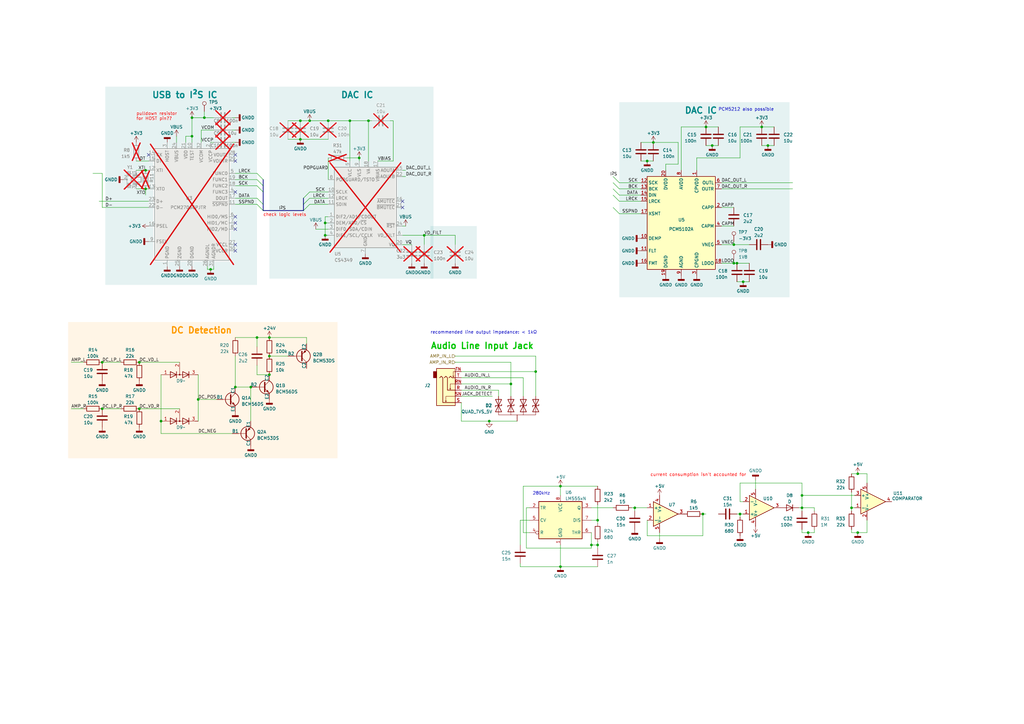
<source format=kicad_sch>
(kicad_sch (version 20230121) (generator eeschema)
  (paper "A3")
  (title_block (date "2023-07-18") (company "Author: Jona Heinke") (comment 1 "License: MIT"))
  (junction (at 102.87 158.75))
  (junction (at 57.15 167.64))
  (junction (at 242.57 223.52))
  (junction (at 78.74 55.88))
  (junction (at 288.29 210.82))
  (junction (at 81.28 163.83))
  (junction (at 66.04 172.72))
  (junction (at 59.69 69.85))
  (junction (at 96.52 158.75))
  (junction (at 328.93 203.2))
  (junction (at 41.91 148.59))
  (junction (at 151.13 49.53))
  (junction (at 147.32 64.77))
  (junction (at 292.1 59.69))
  (junction (at 304.8 115.57))
  (junction (at 229.87 199.39))
  (junction (at 59.69 77.47))
  (junction (at 289.56 52.07))
  (junction (at 110.49 146.05))
  (junction (at 110.49 153.67))
  (junction (at 134.62 49.53))
  (junction (at 133.35 91.44))
  (junction (at 105.41 138.43))
  (junction (at 78.74 48.26))
  (junction (at 229.87 232.41))
  (junction (at 219.71 152.4))
  (junction (at 110.49 138.43))
  (junction (at 300.99 107.95))
  (junction (at 143.51 49.53))
  (junction (at 260.35 208.28))
  (junction (at 123.19 49.53))
  (junction (at 314.96 59.69))
  (junction (at 200.66 172.72))
  (junction (at 303.53 210.82))
  (junction (at 302.26 107.95))
  (junction (at 245.11 213.36))
  (junction (at 351.79 218.44))
  (junction (at 123.19 57.15))
  (junction (at 209.55 157.48))
  (junction (at 267.97 58.42))
  (junction (at 41.91 167.64))
  (junction (at 133.35 96.52))
  (junction (at 328.93 208.28))
  (junction (at 349.25 208.28))
  (junction (at 57.15 148.59))
  (junction (at 265.43 66.04))
  (junction (at 245.11 223.52))
  (junction (at 86.36 110.49))
  (junction (at 127 49.53))
  (junction (at 300.99 100.33))
  (junction (at 351.79 194.31))
  (junction (at 331.47 218.44))
  (junction (at 83.82 48.26))
  (junction (at 173.99 96.52))
  (junction (at 312.42 52.07))
  (no_connect (at 96.52 93.98))
  (no_connect (at 60.96 63.5))
  (no_connect (at 96.52 102.87))
  (no_connect (at 96.52 88.9))
  (no_connect (at 165.1 82.55))
  (no_connect (at 96.52 78.74))
  (no_connect (at 96.52 66.04))
  (no_connect (at 165.1 85.09))
  (no_connect (at 96.52 91.44))
  (no_connect (at 96.52 100.33))
  (no_connect (at 96.52 63.5))
  (bus_entry (at 124.46 83.82) (size 2.54 -2.54))
  (bus_entry (at 124.46 81.28) (size 2.54 -2.54))
  (bus_entry (at 105.41 76.2) (size 2.54 2.54))
  (bus_entry (at 251.46 80.01) (size 2.54 2.54))
  (bus_entry (at 251.46 85.09) (size 2.54 2.54))
  (bus_entry (at 251.46 74.93) (size 2.54 2.54))
  (bus_entry (at 124.46 86.36) (size 2.54 -2.54))
  (bus_entry (at 251.46 77.47) (size 2.54 2.54))
  (bus_entry (at 105.41 81.28) (size 2.54 2.54))
  (bus_entry (at 251.46 72.39) (size 2.54 2.54))
  (bus_entry (at 105.41 71.12) (size 2.54 2.54))
  (bus_entry (at 105.41 83.82) (size 2.54 2.54))
  (bus_entry (at 105.41 73.66) (size 2.54 2.54))
  (wire (pts (xy 83.82 48.26) (xy 78.74 48.26)))
  (wire (pts (xy 349.25 218.44) (xy 349.25 217.17)))
  (wire (pts (xy 314.96 59.69) (xy 317.5 59.69)))
  (wire (pts (xy 265.43 219.71) (xy 288.29 219.71)))
  (wire (pts (xy 213.36 223.52) (xy 213.36 213.36)))
  (wire (pts (xy 87.63 110.49) (xy 86.36 110.49)))
  (wire (pts (xy 166.37 69.85) (xy 165.1 69.85)))
  (wire (pts (xy 245.11 223.52) (xy 245.11 222.25)))
  (wire (pts (xy 328.93 218.44) (xy 331.47 218.44)))
  (wire (pts (xy 29.21 167.64) (xy 34.29 167.64)))
  (wire (pts (xy 95.25 48.26) (xy 96.52 48.26)))
  (wire (pts (xy 349.25 218.44) (xy 351.79 218.44)))
  (wire (pts (xy 300.99 100.33) (xy 295.91 100.33)))
  (wire (pts (xy 254 77.47) (xy 262.89 77.47)))
  (wire (pts (xy 168.91 100.33) (xy 165.1 100.33)))
  (wire (pts (xy 41.91 85.09) (xy 60.96 85.09)))
  (wire (pts (xy 142.24 64.77) (xy 147.32 64.77)))
  (wire (pts (xy 254 74.93) (xy 262.89 74.93)))
  (wire (pts (xy 134.62 64.77) (xy 134.62 73.66)))
  (bus (pts (xy 107.95 78.74) (xy 107.95 83.82)))
  (wire (pts (xy 245.11 213.36) (xy 245.11 207.01)))
  (wire (pts (xy 245.11 199.39) (xy 229.87 199.39)))
  (wire (pts (xy 303.53 52.07) (xy 312.42 52.07)))
  (wire (pts (xy 289.56 59.69) (xy 292.1 59.69)))
  (wire (pts (xy 125.73 140.97) (xy 125.73 138.43)))
  (wire (pts (xy 279.4 52.07) (xy 289.56 52.07)))
  (wire (pts (xy 242.57 208.28) (xy 251.46 208.28)))
  (wire (pts (xy 105.41 138.43) (xy 110.49 138.43)))
  (wire (pts (xy 76.2 55.88) (xy 78.74 55.88)))
  (wire (pts (xy 78.74 55.88) (xy 78.74 58.42)))
  (wire (pts (xy 278.13 67.31) (xy 278.13 58.42)))
  (wire (pts (xy 279.4 69.85) (xy 279.4 52.07)))
  (wire (pts (xy 273.05 67.31) (xy 278.13 67.31)))
  (wire (pts (xy 165.1 92.71) (xy 166.37 92.71)))
  (wire (pts (xy 66.04 172.72) (xy 66.04 177.8)))
  (wire (pts (xy 300.99 99.06) (xy 300.99 100.33)))
  (wire (pts (xy 110.49 146.05) (xy 118.11 146.05)))
  (wire (pts (xy 349.25 201.93) (xy 349.25 208.28)))
  (wire (pts (xy 134.62 49.53) (xy 143.51 49.53)))
  (wire (pts (xy 134.62 96.52) (xy 133.35 96.52)))
  (wire (pts (xy 254 87.63) (xy 262.89 87.63)))
  (wire (pts (xy 186.69 148.59) (xy 209.55 148.59)))
  (wire (pts (xy 85.09 110.49) (xy 86.36 110.49)))
  (wire (pts (xy 242.57 213.36) (xy 245.11 213.36)))
  (wire (pts (xy 38.1 71.12) (xy 41.91 71.12)))
  (wire (pts (xy 59.69 69.85) (xy 60.96 69.85)))
  (wire (pts (xy 334.01 208.28) (xy 328.93 208.28)))
  (wire (pts (xy 209.55 148.59) (xy 209.55 157.48)))
  (wire (pts (xy 300.99 85.09) (xy 295.91 85.09)))
  (wire (pts (xy 288.29 210.82) (xy 288.29 219.71)))
  (wire (pts (xy 57.15 167.64) (xy 73.66 167.64)))
  (wire (pts (xy 349.25 208.28) (xy 349.25 209.55)))
  (wire (pts (xy 96.52 81.28) (xy 105.41 81.28)))
  (wire (pts (xy 295.91 77.47) (xy 325.12 77.47)))
  (wire (pts (xy 81.28 153.67) (xy 81.28 163.83)))
  (wire (pts (xy 96.52 73.66) (xy 105.41 73.66)))
  (wire (pts (xy 304.8 115.57) (xy 307.34 115.57)))
  (wire (pts (xy 289.56 52.07) (xy 294.64 52.07)))
  (wire (pts (xy 215.9 208.28) (xy 215.9 224.79)))
  (wire (pts (xy 285.75 64.77) (xy 285.75 69.85)))
  (wire (pts (xy 328.93 203.2) (xy 328.93 208.28)))
  (wire (pts (xy 300.99 100.33) (xy 307.34 100.33)))
  (wire (pts (xy 267.97 58.42) (xy 262.89 58.42)))
  (wire (pts (xy 217.17 218.44) (xy 214.63 218.44)))
  (wire (pts (xy 96.52 76.2) (xy 105.41 76.2)))
  (wire (pts (xy 72.39 55.88) (xy 72.39 58.42)))
  (wire (pts (xy 260.35 209.55) (xy 260.35 208.28)))
  (wire (pts (xy 152.4 49.53) (xy 151.13 49.53)))
  (wire (pts (xy 189.23 157.48) (xy 209.55 157.48)))
  (wire (pts (xy 59.69 77.47) (xy 60.96 77.47)))
  (wire (pts (xy 151.13 49.53) (xy 151.13 66.04)))
  (wire (pts (xy 123.19 57.15) (xy 134.62 57.15)))
  (wire (pts (xy 186.69 146.05) (xy 219.71 146.05)))
  (wire (pts (xy 295.91 107.95) (xy 300.99 107.95)))
  (wire (pts (xy 219.71 146.05) (xy 219.71 152.4)))
  (wire (pts (xy 303.53 198.12) (xy 303.53 205.74)))
  (wire (pts (xy 351.79 218.44) (xy 355.6 218.44)))
  (wire (pts (xy 189.23 172.72) (xy 189.23 165.1)))
  (wire (pts (xy 76.2 58.42) (xy 76.2 55.88)))
  (wire (pts (xy 66.04 153.67) (xy 66.04 172.72)))
  (wire (pts (xy 189.23 154.94) (xy 214.63 154.94)))
  (wire (pts (xy 300.99 107.95) (xy 302.26 107.95)))
  (wire (pts (xy 328.93 218.44) (xy 328.93 217.17)))
  (wire (pts (xy 82.55 58.42) (xy 82.55 53.34)))
  (wire (pts (xy 267.97 58.42) (xy 278.13 58.42)))
  (wire (pts (xy 351.79 194.31) (xy 355.6 194.31)))
  (wire (pts (xy 312.42 59.69) (xy 314.96 59.69)))
  (wire (pts (xy 219.71 162.56) (xy 219.71 152.4)))
  (wire (pts (xy 265.43 213.36) (xy 265.43 219.71)))
  (wire (pts (xy 96.52 83.82) (xy 105.41 83.82)))
  (wire (pts (xy 127 83.82) (xy 134.62 83.82)))
  (wire (pts (xy 260.35 208.28) (xy 265.43 208.28)))
  (wire (pts (xy 78.74 48.26) (xy 78.74 55.88)))
  (wire (pts (xy 96.52 71.12) (xy 105.41 71.12)))
  (wire (pts (xy 41.91 167.64) (xy 49.53 167.64)))
  (wire (pts (xy 154.94 66.04) (xy 161.29 66.04)))
  (wire (pts (xy 102.87 158.75) (xy 102.87 172.72)))
  (wire (pts (xy 303.53 64.77) (xy 303.53 52.07)))
  (wire (pts (xy 85.09 109.22) (xy 85.09 110.49)))
  (bus (pts (xy 107.95 73.66) (xy 107.95 76.2)))
  (wire (pts (xy 82.55 53.34) (xy 87.63 53.34)))
  (wire (pts (xy 165.1 72.39) (xy 166.37 72.39)))
  (wire (pts (xy 270.51 218.44) (xy 270.51 220.98)))
  (wire (pts (xy 328.93 203.2) (xy 328.93 198.12)))
  (wire (pts (xy 95.25 53.34) (xy 96.52 53.34)))
  (wire (pts (xy 259.08 208.28) (xy 260.35 208.28)))
  (wire (pts (xy 161.29 49.53) (xy 160.02 49.53)))
  (wire (pts (xy 254 82.55) (xy 262.89 82.55)))
  (wire (pts (xy 118.11 57.15) (xy 123.19 57.15)))
  (wire (pts (xy 245.11 232.41) (xy 229.87 232.41)))
  (wire (pts (xy 143.51 49.53) (xy 143.51 66.04)))
  (wire (pts (xy 213.36 213.36) (xy 217.17 213.36)))
  (wire (pts (xy 331.47 218.44) (xy 334.01 218.44)))
  (wire (pts (xy 173.99 100.33) (xy 173.99 96.52)))
  (wire (pts (xy 214.63 154.94) (xy 214.63 162.56)))
  (wire (pts (xy 55.88 77.47) (xy 59.69 77.47)))
  (wire (pts (xy 204.47 160.02) (xy 204.47 162.56)))
  (bus (pts (xy 107.95 86.36) (xy 124.46 86.36)))
  (wire (pts (xy 127 49.53) (xy 134.62 49.53)))
  (wire (pts (xy 303.53 205.74) (xy 304.8 205.74)))
  (wire (pts (xy 57.15 148.59) (xy 73.66 148.59)))
  (wire (pts (xy 267.97 66.04) (xy 265.43 66.04)))
  (wire (pts (xy 40.64 82.55) (xy 60.96 82.55)))
  (wire (pts (xy 254 80.01) (xy 262.89 80.01)))
  (wire (pts (xy 127 81.28) (xy 134.62 81.28)))
  (wire (pts (xy 328.93 208.28) (xy 327.66 208.28)))
  (wire (pts (xy 186.69 100.33) (xy 186.69 96.52)))
  (wire (pts (xy 189.23 152.4) (xy 219.71 152.4)))
  (wire (pts (xy 303.53 212.09) (xy 303.53 210.82)))
  (wire (pts (xy 55.88 66.04) (xy 60.96 66.04)))
  (wire (pts (xy 165.1 96.52) (xy 173.99 96.52)))
  (wire (pts (xy 125.73 138.43) (xy 110.49 138.43)))
  (wire (pts (xy 81.28 163.83) (xy 81.28 172.72)))
  (wire (pts (xy 229.87 232.41) (xy 229.87 223.52)))
  (wire (pts (xy 88.9 163.83) (xy 81.28 163.83)))
  (wire (pts (xy 302.26 107.95) (xy 307.34 107.95)))
  (wire (pts (xy 285.75 64.77) (xy 303.53 64.77)))
  (wire (pts (xy 29.21 148.59) (xy 34.29 148.59)))
  (wire (pts (xy 110.49 153.67) (xy 105.41 153.67)))
  (wire (pts (xy 173.99 96.52) (xy 186.69 96.52)))
  (wire (pts (xy 105.41 142.24) (xy 105.41 138.43)))
  (wire (pts (xy 87.63 48.26) (xy 83.82 48.26)))
  (wire (pts (xy 143.51 49.53) (xy 151.13 49.53)))
  (wire (pts (xy 215.9 224.79) (xy 242.57 224.79)))
  (wire (pts (xy 214.63 218.44) (xy 214.63 199.39)))
  (wire (pts (xy 59.69 77.47) (xy 59.69 80.01)))
  (wire (pts (xy 83.82 45.72) (xy 83.82 48.26)))
  (wire (pts (xy 87.63 58.42) (xy 86.36 58.42)))
  (wire (pts (xy 200.66 172.72) (xy 212.09 172.72)))
  (wire (pts (xy 129.54 93.98) (xy 134.62 93.98)))
  (wire (pts (xy 95.25 58.42) (xy 96.52 58.42)))
  (wire (pts (xy 292.1 59.69) (xy 294.64 59.69)))
  (wire (pts (xy 349.25 208.28) (xy 350.52 208.28)))
  (wire (pts (xy 147.32 64.77) (xy 147.32 66.04)))
  (wire (pts (xy 300.99 92.71) (xy 295.91 92.71)))
  (wire (pts (xy 242.57 223.52) (xy 245.11 223.52)))
  (wire (pts (xy 355.6 198.12) (xy 355.6 194.31)))
  (wire (pts (xy 134.62 91.44) (xy 133.35 91.44)))
  (wire (pts (xy 302.26 115.57) (xy 304.8 115.57)))
  (wire (pts (xy 214.63 199.39) (xy 229.87 199.39)))
  (wire (pts (xy 134.62 88.9) (xy 133.35 88.9)))
  (bus (pts (xy 124.46 83.82) (xy 124.46 86.36)))
  (wire (pts (xy 245.11 223.52) (xy 245.11 224.79)))
  (bus (pts (xy 124.46 81.28) (xy 124.46 83.82)))
  (wire (pts (xy 133.35 91.44) (xy 133.35 96.52)))
  (wire (pts (xy 328.93 198.12) (xy 303.53 198.12)))
  (wire (pts (xy 213.36 231.14) (xy 213.36 232.41)))
  (wire (pts (xy 334.01 209.55) (xy 334.01 208.28)))
  (wire (pts (xy 123.19 49.53) (xy 127 49.53)))
  (wire (pts (xy 273.05 69.85) (xy 273.05 67.31)))
  (wire (pts (xy 189.23 160.02) (xy 204.47 160.02)))
  (wire (pts (xy 334.01 218.44) (xy 334.01 217.17)))
  (wire (pts (xy 300.99 106.68) (xy 300.99 107.95)))
  (wire (pts (xy 96.52 146.05) (xy 96.52 158.75)))
  (wire (pts (xy 217.17 208.28) (xy 215.9 208.28)))
  (wire (pts (xy 41.91 71.12) (xy 41.91 85.09)))
  (wire (pts (xy 118.11 49.53) (xy 123.19 49.53)))
  (wire (pts (xy 309.88 196.85) (xy 309.88 200.66)))
  (wire (pts (xy 328.93 209.55) (xy 328.93 208.28)))
  (wire (pts (xy 66.04 177.8) (xy 95.25 177.8)))
  (wire (pts (xy 242.57 224.79) (xy 242.57 223.52)))
  (bus (pts (xy 107.95 76.2) (xy 107.95 78.74)))
  (wire (pts (xy 242.57 218.44) (xy 242.57 223.52)))
  (wire (pts (xy 265.43 66.04) (xy 262.89 66.04)))
  (wire (pts (xy 96.52 138.43) (xy 105.41 138.43)))
  (wire (pts (xy 161.29 49.53) (xy 161.29 66.04)))
  (wire (pts (xy 213.36 232.41) (xy 229.87 232.41)))
  (wire (pts (xy 105.41 153.67) (xy 105.41 149.86)))
  (wire (pts (xy 355.6 213.36) (xy 355.6 218.44)))
  (wire (pts (xy 209.55 157.48) (xy 209.55 162.56)))
  (wire (pts (xy 302.26 210.82) (xy 303.53 210.82)))
  (wire (pts (xy 312.42 52.07) (xy 317.5 52.07)))
  (wire (pts (xy 96.52 158.75) (xy 102.87 158.75)))
  (wire (pts (xy 229.87 199.39) (xy 229.87 203.2)))
  (wire (pts (xy 349.25 194.31) (xy 351.79 194.31)))
  (wire (pts (xy 133.35 88.9) (xy 133.35 91.44)))
  (wire (pts (xy 328.93 203.2) (xy 350.52 203.2)))
  (wire (pts (xy 127 78.74) (xy 134.62 78.74)))
  (wire (pts (xy 87.63 109.22) (xy 87.63 110.49)))
  (bus (pts (xy 107.95 83.82) (xy 107.95 86.36)))
  (wire (pts (xy 189.23 162.56) (xy 201.93 162.56)))
  (wire (pts (xy 303.53 210.82) (xy 304.8 210.82)))
  (wire (pts (xy 245.11 213.36) (xy 245.11 214.63)))
  (wire (pts (xy 55.88 69.85) (xy 59.69 69.85)))
  (wire (pts (xy 295.91 74.93) (xy 325.12 74.93)))
  (wire (pts (xy 200.66 172.72) (xy 189.23 172.72)))
  (wire (pts (xy 41.91 148.59) (xy 49.53 148.59)))
  (wire (pts (xy 288.29 210.82) (xy 289.56 210.82)))
  (rectangle (start 110.49 35.56) (end 177.8 114.3) (stroke (width -0.0001)) (fill (type color) (color 0 132 132 0.1019607843)))
  (rectangle (start 254 41.91) (end 323.85 121.92) (stroke (width -0.0001)) (fill (type color) (color 0 132 132 0.1019607843)))
  (rectangle (start 27.94 132.08) (end 138.43 187.96) (stroke (width -0.0001)) (fill (type color) (color 255 153 0 0.1)))
  (rectangle (start 176.53 92.71) (end 195.58 114.3) (stroke (width -0.0001)) (fill (type color) (color 0 132 132 0.1019607843)))
  (rectangle (start 43.18 35.56) (end 105.41 116.84) (stroke (width -0.0001)) (fill (type color) (color 0 132 132 0.1019607843)))
  (text "check logic levels" (at 107.95 88.9 0) (effects (font (size 1.27 1.27)) (justify left bottom)))
  (text "Audio Line Input Jack" (at 176.53 143.51 0) (effects (font (size 2.54 2.54) (thickness 0.508) bold) (justify left bottom)))
  (text "DC Detection" (at 69.85 137.16 0) (effects (font (size 2.54 2.54) (thickness 0.508) bold) (justify left bottom)))
  (text "DAC IC" (at 280.67 46.99 0) (effects (font (size 2.54 2.54) (thickness 0.508) bold) (justify left bottom)))
  (text "current consumption isn't accounted for" (at 266.7 195.58 0) (effects (font (size 1.27 1.27)) (justify left bottom)))
  (text "DAC IC" (at 139.7 40.64 0) (effects (font (size 2.54 2.54) (thickness 0.508) bold) (justify left bottom)))
  (text "recommended line output impedance: < 1kΩ" (at 176.53 137.16 0) (effects (font (size 1.27 1.27)) (justify left bottom)))
  (text "280kHz" (at 218.44 203.2 0) (effects (font (size 1.27 1.27)) (justify left bottom)))
  (text "PCM5212 also possible" (at 294.64 45.72 0) (effects (font (size 1.27 1.27)) (justify left bottom)))
  (text "pulldown resistor\nfor HOST pin??" (at 55.88 49.53 0) (effects (font (size 1.27 1.27)) (justify left bottom)))
  (text "USB to I²S IC" (at 62.23 40.64 0) (effects (font (size 2.54 2.54) (thickness 0.508) bold) (justify left bottom)))
  (label "AMP_L" (at 29.21 148.59 0))
  (label "DC_VD_L" (at 57.15 148.59 0))
  (label "LRCK" (at 133.35 81.28 180))
  (label "LRCK" (at 97.79 71.12 0))
  (label "DATA" (at 133.35 83.82 180))
  (label "AMP_R" (at 29.21 167.64 0))
  (label "JACK_DETECT" (at 201.93 162.56 180))
  (label "POPGUARD" (at 134.62 69.85 180))
  (label "XTI" (at 59.69 69.85 180))
  (label "SSPND" (at 97.79 83.82 0))
  (label "DC_VD_R" (at 57.15 167.64 0))
  (label "CAPM" (at 295.91 92.71 0))
  (label "LDOO" (at 295.91 107.95 0))
  (label "DT" (at 59.69 66.04 180))
  (label "I^{2}S" (at 250.19 72.39 0))
  (label "CAPP" (at 295.91 85.09 0))
  (label "BCK" (at 261.62 77.47 180))
  (label "VBIAS" (at 154.94 66.04 0))
  (label "DAC_OUT_L" (at 166.37 69.85 0))
  (label "DC_LP_R" (at 41.91 167.64 0))
  (label "BCK" (at 97.79 73.66 0))
  (label "DAC_OUT_R" (at 166.37 72.39 0))
  (label "VD_FILT" (at 173.99 96.52 0))
  (label "AUDIO_IN_L" (at 190.5 154.94 0))
  (label "D+" (at 43.18 82.55 0))
  (label "DC_POS" (at 81.28 163.83 0))
  (label "AUDIO_IN_R" (at 190.5 160.02 0))
  (label "SSPND" (at 261.62 87.63 180))
  (label "SCK" (at 261.62 74.93 180))
  (label "DAC_OUT_R" (at 295.91 77.47 0))
  (label "DC_NEG" (at 81.28 177.8 0))
  (label "DC_LP_L" (at 41.91 148.59 0))
  (label "VNEG" (at 295.91 100.33 0))
  (label "I^{2}S" (at 114.3 86.36 0))
  (label "DATA" (at 97.79 81.28 0))
  (label "D-" (at 43.18 85.09 0))
  (label "VCCP" (at 87.63 58.42 180))
  (label "VQ" (at 168.91 100.33 180))
  (label "VCOM" (at 82.55 53.34 0))
  (label "DAC_OUT_L" (at 295.91 74.93 0))
  (label "LRCK" (at 261.62 82.55 180))
  (label "DATA" (at 261.62 80.01 180))
  (label "SCK" (at 133.35 78.74 180))
  (label "SCK" (at 97.79 76.2 0))
  (label "XTO" (at 59.69 80.01 180))
  (hierarchical_label "AMP_IN_L" (shape input) (at 186.69 146.05 180))
  (hierarchical_label "AMP_IN_R" (shape input) (at 186.69 148.59 180))
  (symbol (lib_id "Device:C") (at 312.42 55.88 0) (mirror y) (unit 1)
    (property "Reference" "C21" (at 308.61 55.245 0) (effects (justify left)))
    (property "Value" "100n" (at 308.61 57.785 0) (effects (justify left)))
    (property "Footprint" "Capacitor_SMD:C_1206_3216Metric_Pad1.33x1.80mm_HandSolder" (effects hide))
    (property "Datasheet" "https://media.digikey.com/pdf/Data%20Sheets/Samsung%20PDFs/CL31B104KBCNNNC_Spec.pdf" (effects hide))
    (property "Digikey" "1276-1017-1-ND" (effects hide))
    (property "Height" "1mm" (effects hide))
    (instances (project "new_dac" (path "" (reference "C21") (unit 1)) (path "" (reference "C59") (unit 1))) (project "dac" (path "" (reference "C12") (unit 1))))
  )
  (symbol (lib_id "Device:R") (at 96.52 142.24 0) (mirror y) (unit 1)
    (property "Reference" "R20" (at 93.98 141.605 0) (effects (justify left)))
    (property "Value" "22k" (at 93.98 144.145 0) (effects (justify left)))
    (property "Footprint" "Resistor_SMD:R_1206_3216Metric_Pad1.30x1.75mm_HandSolder" (effects hide))
    (instances (project "new_dac" (path "" (reference "R20") (unit 1)) (path "" (reference "R55") (unit 1))) (project "dac" (path "" (reference "R8") (unit 1))))
  )
  (symbol (lib_id "Device:D") (at 323.85 208.28 0) (mirror y) (unit 1)
    (property "Reference" "D8" (at 323.85 203.2 0))
    (property "Value" "D" (at 323.85 205.74 0))
    (property "Sim.Device" "D" (effects hide))
    (property "Sim.Pins" "1=K 2=A" (effects hide))
    (instances (project "new_dac" (path "" (reference "D8") (unit 1)) (path "" (reference "D11") (unit 1))))
  )
  (symbol (lib_id "power:VBUS") (at 72.39 55.88 0) (unit 1)
    (property "Reference" "#PWR020" (effects hide))
    (property "Value" "VBUS" (at 72.39 52.07 0))
    (instances (project "power_supply" (path "" (reference "#PWR020") (unit 1))) (project "new_dac" (path "" (reference "#PWR043") (unit 1)) (path "" (reference "#PWR092") (unit 1))) (project "dac" (path "" (reference "#PWR030") (unit 1))))
  )
  (symbol (lib_id "power:GNDD") (at 86.36 110.49 0) (mirror y) (unit 1)
    (property "Reference" "#PWR023" (effects hide))
    (property "Value" "GNDD" (at 86.36 114.3 0))
    (instances (project "power_supply" (path "" (reference "#PWR023") (unit 1))) (project "new_dac" (path "" (reference "#PWR047") (unit 1)) (path "" (reference "#PWR096") (unit 1))) (project "dac" (path "" (reference "#PWR034") (unit 1))))
  )
  (symbol (lib_id "power:GNDD") (at 229.87 232.41 0) (mirror y) (unit 1)
    (property "Reference" "#PWR019" (effects hide))
    (property "Value" "GNDD" (at 229.87 236.22 0))
    (instances (project "power_supply" (path "" (reference "#PWR019") (unit 1))) (project "new_dac" (path "" (reference "#PWR058") (unit 1)) (path "" (reference "#PWR0116") (unit 1))) (project "dac" (path "" (reference "#PWR031") (unit 1))))
  )
  (symbol (lib_id "Device:R") (at 59.69 73.66 0) (mirror y) (unit 1) (in_bom no) (on_board no) (dnp yes)
    (property "Reference" "R11" (at 62.23 74.93 90) (effects (justify left)))
    (property "Value" "1M" (at 59.69 74.93 90) (effects (justify left)))
    (property "Footprint" "Resistor_SMD:R_1206_3216Metric_Pad1.30x1.75mm_HandSolder" (effects hide))
    (instances (project "power_supply" (path "" (reference "R11") (unit 1))) (project "new_dac" (path "" (reference "R30") (unit 1)) (path "" (reference "R54") (unit 1))) (project "dac" (path "" (reference "R14") (unit 1))))
  )
  (symbol (lib_id "Device:C") (at 41.91 171.45 0) (mirror y) (unit 1)
    (property "Reference" "C20" (at 38.1 170.815 0) (effects (justify left)))
    (property "Value" "10u" (at 38.1 173.355 0) (effects (justify left)))
    (property "Footprint" "Capacitor_SMD:C_1206_3216Metric_Pad1.33x1.80mm_HandSolder" (effects hide))
    (property "Datasheet" "https://media.digikey.com/pdf/Data%20Sheets/Samsung%20PDFs/CL31B106KBHNNNE_Spec.pdf" (effects hide))
    (property "Digikey" "1276-6767-1-ND" (effects hide))
    (property "Height" "1.8mm" (effects hide))
    (instances (project "new_dac" (path "" (reference "C20") (unit 1)) (path "" (reference "C35") (unit 1))) (project "dac" (path "" (reference "C13") (unit 1))))
  )
  (symbol (lib_id "library:PCM510xA") (at 279.4 92.71 0) (unit 1)
    (property "Reference" "U5" (at 278.13 90.17 0) (effects (justify left)))
    (property "Value" "PCM5102A" (at 274.32 93.98 0) (effects (justify left)))
    (property "Footprint" "Package_SO:TSSOP-20_4.4x6.5mm_P0.65mm" (effects hide))
    (property "Datasheet" "https://www.ti.com/lit/ds/symlink/pcm5102a.pdf" (effects hide))
    (property "Digikey" "296-41603-5-ND" (effects hide))
    (property "Height" "1.2mm" (effects hide))
    (instances (project "new_dac" (path "" (reference "U5") (unit 1)) (path "" (reference "U13") (unit 1))))
  )
  (symbol (lib_id "Device:C") (at 156.21 49.53 90) (unit 1) (in_bom no) (on_board no) (dnp yes)
    (property "Reference" "C21" (at 156.21 43.18 90))
    (property "Value" "10u" (at 156.21 45.72 90))
    (property "Footprint" "Capacitor_SMD:C_1206_3216Metric_Pad1.33x1.80mm_HandSolder" (effects hide))
    (property "Datasheet" "https://media.digikey.com/pdf/Data%20Sheets/Samsung%20PDFs/CL31B106KBHNNNE_Spec.pdf" (effects hide))
    (property "Digikey" "1276-6767-1-ND" (effects hide))
    (property "Height" "1.8mm" (effects hide))
    (instances (project "new_dac" (path "" (reference "C21") (unit 1)) (path "" (reference "C43") (unit 1))) (project "dac" (path "" (reference "C10") (unit 1))))
  )
  (symbol (lib_id "power:GNDD") (at 78.74 109.22 0) (mirror y) (unit 1)
    (property "Reference" "#PWR023" (effects hide))
    (property "Value" "GNDD" (at 78.74 113.03 0))
    (instances (project "power_supply" (path "" (reference "#PWR023") (unit 1))) (project "new_dac" (path "" (reference "#PWR046") (unit 1)) (path "" (reference "#PWR095") (unit 1))) (project "dac" (path "" (reference "#PWR034") (unit 1))))
  )
  (symbol (lib_id "Device:R") (at 334.01 213.36 0) (unit 1)
    (property "Reference" "R31" (at 336.55 212.725 0) (effects (justify left)))
    (property "Value" "1M" (at 336.55 215.265 0) (effects (justify left)))
    (property "Footprint" "Resistor_SMD:R_1206_3216Metric_Pad1.30x1.75mm_HandSolder" (effects hide))
    (instances (project "new_dac" (path "" (reference "R31") (unit 1)) (path "" (reference "R64") (unit 1))))
  )
  (symbol (lib_id "Device:R") (at 349.25 213.36 0) (mirror y) (unit 1)
    (property "Reference" "R33" (at 346.71 212.725 0) (effects (justify left)))
    (property "Value" "22k" (at 346.71 215.265 0) (effects (justify left)))
    (property "Footprint" "Resistor_SMD:R_1206_3216Metric_Pad1.30x1.75mm_HandSolder" (effects hide))
    (instances (project "new_dac" (path "" (reference "R33") (unit 1)) (path "" (reference "R66") (unit 1))))
  )
  (symbol (lib_id "power:GNDD") (at 50.8 73.66 270) (mirror x) (unit 1)
    (property "Reference" "#PWR012" (effects hide))
    (property "Value" "GNDD" (at 48.26 73.66 90) (effects (justify right)))
    (instances (project "power_supply" (path "" (reference "#PWR012") (unit 1))) (project "new_dac" (path "" (reference "#PWR037") (unit 1)) (path "" (reference "#PWR084") (unit 1))) (project "dac" (path "" (reference "#PWR026") (unit 1))))
  )
  (symbol (lib_id "power:GNDD") (at 292.1 59.69 0) (mirror y) (unit 1)
    (property "Reference" "#PWR023" (effects hide))
    (property "Value" "GNDD" (at 292.1 63.5 0))
    (instances (project "power_supply" (path "" (reference "#PWR023") (unit 1))) (project "new_dac" (path "" (reference "#PWR047") (unit 1)) (path "" (reference "#PWR0129") (unit 1))) (project "dac" (path "" (reference "#PWR034") (unit 1))))
  )
  (symbol (lib_id "Device:R") (at 110.49 149.86 0) (unit 1)
    (property "Reference" "R25" (at 113.03 149.225 0) (effects (justify left)))
    (property "Value" "10k" (at 113.03 151.765 0) (effects (justify left)))
    (property "Footprint" "Resistor_SMD:R_1206_3216Metric_Pad1.30x1.75mm_HandSolder" (effects hide))
    (instances (project "new_dac" (path "" (reference "R25") (unit 1)) (path "" (reference "R57") (unit 1))) (project "dac" (path "" (reference "R12") (unit 1))))
  )
  (symbol (lib_id "Timer:LM555xN") (at 229.87 213.36 0) (unit 1)
    (property "Reference" "U6" (at 231.8259 201.93 0) (effects (justify left)))
    (property "Value" "LM555xN" (at 231.8259 204.47 0) (effects (justify left)))
    (property "Footprint" "Package_DIP:DIP-8_W7.62mm" (effects hide))
    (property "Datasheet" "http://www.ti.com/lit/ds/symlink/lm555.pdf" (effects hide))
    (instances (project "new_dac" (path "" (reference "U6") (unit 1)) (path "" (reference "U11") (unit 1))))
  )
  (symbol (lib_id "Device:C") (at 302.26 111.76 0) (mirror y) (unit 1)
    (property "Reference" "C18" (at 298.45 111.125 0) (effects (justify left)))
    (property "Value" "100n" (at 298.45 113.665 0) (effects (justify left)))
    (property "Footprint" "Capacitor_SMD:C_1206_3216Metric_Pad1.33x1.80mm_HandSolder" (effects hide))
    (property "Datasheet" "https://media.digikey.com/pdf/Data%20Sheets/Samsung%20PDFs/CL31B104KBCNNNC_Spec.pdf" (effects hide))
    (property "Digikey" "1276-1017-1-ND" (effects hide))
    (property "Height" "1mm" (effects hide))
    (instances (project "new_dac" (path "" (reference "C18") (unit 1)) (path "" (reference "C56") (unit 1))) (project "dac" (path "" (reference "C12") (unit 1))))
  )
  (symbol (lib_id "power:GNDD") (at 279.4 113.03 0) (mirror y) (unit 1)
    (property "Reference" "#PWR023" (effects hide))
    (property "Value" "GNDD" (at 279.4 116.84 0))
    (instances (project "power_supply" (path "" (reference "#PWR023") (unit 1))) (project "new_dac" (path "" (reference "#PWR044") (unit 1)) (path "" (reference "#PWR0126") (unit 1))) (project "dac" (path "" (reference "#PWR034") (unit 1))))
  )
  (symbol (lib_id "power:GNDD") (at 73.66 109.22 0) (mirror y) (unit 1)
    (property "Reference" "#PWR021" (effects hide))
    (property "Value" "GNDD" (at 73.66 113.03 0))
    (instances (project "power_supply" (path "" (reference "#PWR021") (unit 1))) (project "new_dac" (path "" (reference "#PWR044") (unit 1)) (path "" (reference "#PWR093") (unit 1))) (project "dac" (path "" (reference "#PWR032") (unit 1))))
  )
  (symbol (lib_id "power:GNDD") (at 303.53 219.71 0) (mirror y) (unit 1)
    (property "Reference" "#PWR019" (effects hide))
    (property "Value" "GNDD" (at 303.53 223.52 0))
    (instances (project "power_supply" (path "" (reference "#PWR019") (unit 1))) (project "new_dac" (path "" (reference "#PWR067") (unit 1)) (path "" (reference "#PWR0130") (unit 1))) (project "dac" (path "" (reference "#PWR031") (unit 1))))
  )
  (symbol (lib_id "Device:C") (at 294.64 55.88 0) (unit 1)
    (property "Reference" "C16" (at 298.45 55.245 0) (effects (justify left)))
    (property "Value" "10u" (at 298.45 57.785 0) (effects (justify left)))
    (property "Footprint" "Capacitor_SMD:C_1206_3216Metric_Pad1.33x1.80mm_HandSolder" (effects hide))
    (property "Datasheet" "https://media.digikey.com/pdf/Data%20Sheets/Samsung%20PDFs/CL31B106KBHNNNE_Spec.pdf" (effects hide))
    (property "Digikey" "1276-6767-1-ND" (effects hide))
    (property "Height" "1.8mm" (effects hide))
    (instances (project "new_dac" (path "" (reference "C16") (unit 1)) (path "" (reference "C53") (unit 1))) (project "dac" (path "" (reference "C13") (unit 1))))
  )
  (symbol (lib_id "Connector:TestPoint") (at 83.82 45.72 0) (mirror y) (unit 1)
    (property "Reference" "TP5" (at 85.725 41.91 0) (effects (justify right)))
    (property "Value" "+3V3" (at 85.725 44.45 0) (effects (justify right)))
    (property "Footprint" "TestPoint:TestPoint_Pad_2.0x2.0mm" (effects hide))
    (instances (project "new_dac" (path "" (reference "TP5") (unit 1)) (path "" (reference "TP9") (unit 1))))
  )
  (symbol (lib_id "Simulation_SPICE:OPAMP") (at 273.05 210.82 0) (unit 1)
    (property "Reference" "U7" (at 275.59 207.01 0))
    (property "Value" "type=\"X\" model=\"OPAMP\" lib=\"\"" (effects hide))
    (property "Sim.Pins" "1=1 2=2 3=3 4=4 5=5" (effects hide))
    (property "Sim.Device" "SPICE" (effects hide))
    (property "Sim.Params" "type=\"X\" model=\"OPAMP\" lib=\"\"" (effects hide))
    (instances (project "new_dac" (path "" (reference "U7") (unit 1)) (path "" (reference "U12") (unit 1))))
  )
  (symbol (lib_id "Device:R") (at 57.15 152.4 0) (mirror y) (unit 1)
    (property "Reference" "R18" (at 54.61 151.765 0) (effects (justify left)))
    (property "Value" "47k" (at 54.61 154.305 0) (effects (justify left)))
    (property "Footprint" "Resistor_SMD:R_1206_3216Metric_Pad1.30x1.75mm_HandSolder" (effects hide))
    (instances (project "new_dac" (path "" (reference "R18") (unit 1)) (path "" (reference "R52") (unit 1))) (project "dac" (path "" (reference "R6") (unit 1))))
  )
  (symbol (lib_id "power:GNDD") (at 133.35 96.52 0) (mirror y) (unit 1)
    (property "Reference" "#PWR023" (effects hide))
    (property "Value" "GNDD" (at 133.35 100.33 0))
    (instances (project "power_supply" (path "" (reference "#PWR023") (unit 1))) (project "new_dac" (path "" (reference "#PWR054") (unit 1)) (path "" (reference "#PWR0107") (unit 1))) (project "dac" (path "" (reference "#PWR034") (unit 1))))
  )
  (symbol (lib_id "power:GNDD") (at 96.52 168.91 0) (mirror y) (unit 1)
    (property "Reference" "#PWR056" (effects hide))
    (property "Value" "GNDD" (at 96.52 172.72 0))
    (instances (project "new_dac" (path "" (reference "#PWR056") (unit 1)) (path "" (reference "#PWR0100") (unit 1))) (project "dac" (path "" (reference "#PWR027") (unit 1))))
  )
  (symbol (lib_id "Connector_Audio:AudioJack3_Switch") (at 184.15 160.02 0) (mirror x) (unit 1)
    (property "Reference" "J2" (at 176.53 158.115 0) (effects (justify right)))
    (property "Value" "AudioJack3_Switch" (effects hide))
    (property "Footprint" "library:Audio_Jack_SJ-6307" (effects hide))
    (property "Datasheet" "https://www.cuidevices.com/product/resource/sj-6307.pdf" (effects hide))
    (property "Digikey" "2223-SJ-63073E-ND" (effects hide))
    (property "Height" "15.7mm" (effects hide))
    (instances (project "new_dac" (path "" (reference "J2") (unit 1)) (path "" (reference "J6") (unit 1)) (path "" (reference "J6") (unit 1))))
  )
  (symbol (lib_id "Connector:TestPoint") (at 300.99 106.68 0) (mirror y) (unit 1)
    (property "Reference" "TP8" (at 302.895 102.87 0) (effects (justify right)))
    (property "Value" "1V8" (at 302.895 105.41 0) (effects (justify right)))
    (property "Footprint" "TestPoint:TestPoint_Pad_2.0x2.0mm" (effects hide))
    (instances (project "new_dac" (path "" (reference "TP8") (unit 1)) (path "" (reference "TP11") (unit 1))))
  )
  (symbol (lib_id "Device:C") (at 186.69 104.14 0) (unit 1) (in_bom no) (on_board no) (dnp yes)
    (property "Reference" "C24" (at 190.5 103.505 0) (effects (justify left)))
    (property "Value" "10u" (at 190.5 106.045 0) (effects (justify left)))
    (property "Footprint" "Capacitor_SMD:C_1206_3216Metric_Pad1.33x1.80mm_HandSolder" (effects hide))
    (property "Datasheet" "https://media.digikey.com/pdf/Data%20Sheets/Samsung%20PDFs/CL31B106KBHNNNE_Spec.pdf" (effects hide))
    (property "Digikey" "1276-6767-1-ND" (effects hide))
    (property "Height" "1.8mm" (effects hide))
    (instances (project "new_dac" (path "" (reference "C24") (unit 1)) (path "" (reference "C46") (unit 1))) (project "dac" (path "" (reference "C13") (unit 1))))
  )
  (symbol (lib_id "library:CS4349") (at 149.86 85.09 0) (unit 1) (on_board no) (dnp yes)
    (property "Reference" "U5" (at 137.16 104.14 0) (effects (justify left)))
    (property "Value" "CS4349" (at 137.16 106.68 0) (effects (justify left)))
    (property "Footprint" "Package_SO:TSSOP-24_4.4x7.8mm_P0.65mm" (effects hide))
    (property "Datasheet" "https://d3uzseaevmutz1.cloudfront.net/pubs/proDatasheet/CS4349_F2.pdf" (effects hide))
    (property "Digikey" "598-1636-ND" (effects hide))
    (property "Height" "1.1mm" (effects hide))
    (instances (project "new_dac" (path "" (reference "U5") (unit 1)) (path "" (reference "U10") (unit 1))) (project "dac" (path "" (reference "U1") (unit 1))))
  )
  (symbol (lib_id "library:Dual-PNP") (at 123.19 146.05 0) (mirror x) (unit 2)
    (property "Reference" "Q2" (at 128.27 145.415 0) (effects (justify left)))
    (property "Value" "BCM53DS" (at 128.27 147.955 0) (effects (justify left)))
    (property "Footprint" "Package_SO:SC-74-6_1.5x2.9mm_P0.95mm" (effects hide))
    (property "Datasheet" "https://assets.nexperia.com/documents/data-sheet/BCM53DS.pdf" (effects hide))
    (property "Digikey" "1727-7828-1-ND" (effects hide))
    (instances (project "new_dac" (path "" (reference "Q2") (unit 2)) (path "" (reference "Q13") (unit 2))) (project "dac" (path "" (reference "Q4") (unit 2)) (path "" (reference "Q26") (unit 2)) (path "" (reference "Q2") (unit 2))))
  )
  (symbol (lib_id "library:Dual-NPN") (at 93.98 163.83 0) (unit 1)
    (property "Reference" "Q1" (at 99.06 163.195 0) (effects (justify left)))
    (property "Value" "BCM56DS" (at 99.06 165.735 0) (effects (justify left)))
    (property "Footprint" "Package_SO:SC-74-6_1.5x2.9mm_P0.95mm" (effects hide))
    (property "Datasheet" "https://assets.nexperia.com/documents/data-sheet/BCM56DS.pdf" (effects hide))
    (property "Digikey" "1727-7829-1-ND" (effects hide))
    (instances (project "new_dac" (path "" (reference "Q1") (unit 1)) (path "" (reference "Q12") (unit 1))) (project "dac" (path "" (reference "Q6") (unit 1)) (path "" (reference "Q27") (unit 1)) (path "" (reference "Q1") (unit 1))))
  )
  (symbol (lib_id "power:GNDD") (at 96.52 53.34 90) (unit 1)
    (property "Reference" "#PWR025" (effects hide))
    (property "Value" "GNDD" (at 99.06 53.34 90) (effects (justify right)))
    (instances (project "power_supply" (path "" (reference "#PWR025") (unit 1))) (project "new_dac" (path "" (reference "#PWR049") (unit 1)) (path "" (reference "#PWR098") (unit 1))) (project "dac" (path "" (reference "#PWR038") (unit 1))))
  )
  (symbol (lib_id "power:+3V3") (at 60.96 92.71 90) (unit 1)
    (property "Reference" "#PWR014" (effects hide))
    (property "Value" "+3V3" (at 57.785 92.71 90) (effects (justify left)))
    (instances (project "power_supply" (path "" (reference "#PWR014") (unit 1))) (project "new_dac" (path "" (reference "#PWR039") (unit 1)) (path "" (reference "#PWR088") (unit 1))) (project "dac" (path "" (reference "#PWR027") (unit 1))))
  )
  (symbol (lib_id "power:GNDD") (at 68.58 58.42 180) (unit 1)
    (property "Reference" "#PWR018" (effects hide))
    (property "Value" "GNDD" (at 68.58 54.61 0))
    (instances (project "power_supply" (path "" (reference "#PWR018") (unit 1))) (project "new_dac" (path "" (reference "#PWR041") (unit 1)) (path "" (reference "#PWR090") (unit 1))) (project "dac" (path "" (reference "#PWR034") (unit 1))))
  )
  (symbol (lib_id "Device:R") (at 55.88 62.23 0) (mirror x) (unit 1) (in_bom no) (on_board no) (dnp yes)
    (property "Reference" "R8" (at 53.34 61.595 0) (effects (justify right)))
    (property "Value" "1k5" (at 53.34 64.135 0) (effects (justify right)))
    (property "Footprint" "Resistor_SMD:R_1206_3216Metric_Pad1.30x1.75mm_HandSolder" (effects hide))
    (instances (project "power_supply" (path "" (reference "R8") (unit 1))) (project "new_dac" (path "" (reference "R29") (unit 1)) (path "" (reference "R51") (unit 1))) (project "dac" (path "" (reference "R13") (unit 1))))
  )
  (symbol (lib_id "Device:C") (at 105.41 146.05 0) (mirror y) (unit 1)
    (property "Reference" "C26" (at 101.6 145.415 0) (effects (justify left)))
    (property "Value" "2u2" (at 101.6 147.955 0) (effects (justify left)))
    (property "Footprint" "Capacitor_SMD:C_1206_3216Metric_Pad1.33x1.80mm_HandSolder" (effects hide))
    (property "Datasheet" "https://www.samsungsem.com/resources/file/global/support/product_catalog/MLCC.pdf" (effects hide))
    (property "Digikey" "1276-1264-1-ND" (effects hide))
    (instances (project "new_dac" (path "" (reference "C26") (unit 1)) (path "" (reference "C39") (unit 1))) (project "dac" (path "" (reference "C12") (unit 1))))
  )
  (symbol (lib_id "Device:C") (at 298.45 210.82 90) (unit 1)
    (property "Reference" "C31" (at 298.45 204.47 90))
    (property "Value" "15n" (at 298.45 207.01 90))
    (property "Footprint" "Capacitor_SMD:C_1206_3216Metric_Pad1.33x1.80mm_HandSolder" (effects hide))
    (instances (project "new_dac" (path "" (reference "C31") (unit 1)) (path "" (reference "C54") (unit 1))))
  )
  (symbol (lib_id "power:GNDD") (at 262.89 102.87 270) (mirror x) (unit 1)
    (property "Reference" "#PWR015" (effects hide))
    (property "Value" "GNDD" (at 260.35 102.87 90) (effects (justify right)))
    (instances (project "power_supply" (path "" (reference "#PWR015") (unit 1))) (project "new_dac" (path "" (reference "#PWR039") (unit 1)) (path "" (reference "#PWR0119") (unit 1))) (project "dac" (path "" (reference "#PWR029") (unit 1))))
  )
  (symbol (lib_id "Device:R") (at 245.11 203.2 0) (unit 1)
    (property "Reference" "R23" (at 247.65 202.565 0) (effects (justify left)))
    (property "Value" "2k2" (at 247.65 205.105 0) (effects (justify left)))
    (property "Footprint" "Resistor_SMD:R_1206_3216Metric_Pad1.30x1.75mm_HandSolder" (effects hide))
    (instances (project "new_dac" (path "" (reference "R23") (unit 1)) (path "" (reference "R59") (unit 1))))
  )
  (symbol (lib_id "power:GNDD") (at 265.43 66.04 0) (unit 1)
    (property "Reference" "#PWR023" (effects hide))
    (property "Value" "GNDD" (at 265.43 69.85 0))
    (instances (project "power_supply" (path "" (reference "#PWR023") (unit 1))) (project "new_dac" (path "" (reference "#PWR041") (unit 1)) (path "" (reference "#PWR0121") (unit 1))) (project "dac" (path "" (reference "#PWR034") (unit 1))))
  )
  (symbol (lib_id "power:GNDD") (at 41.91 175.26 0) (mirror y) (unit 1)
    (property "Reference" "#PWR049" (effects hide))
    (property "Value" "GNDD" (at 41.91 179.07 0))
    (instances (project "new_dac" (path "" (reference "#PWR049") (unit 1)) (path "" (reference "#PWR083") (unit 1))) (project "dac" (path "" (reference "#PWR021") (unit 1))))
  )
  (symbol (lib_id "power:VBUS") (at 129.54 93.98 0) (unit 1)
    (property "Reference" "#PWR053" (effects hide))
    (property "Value" "VBUS" (at 129.54 90.17 0))
    (instances (project "new_dac" (path "" (reference "#PWR053") (unit 1)) (path "" (reference "#PWR0106") (unit 1))) (project "dac" (path "" (reference "#PWR017") (unit 1))))
  )
  (symbol (lib_id "power:+3V3") (at 55.88 58.42 0) (unit 1)
    (property "Reference" "#PWR013" (effects hide))
    (property "Value" "+3V3" (at 55.88 54.61 0))
    (instances (project "power_supply" (path "" (reference "#PWR013") (unit 1))) (project "new_dac" (path "" (reference "#PWR038") (unit 1)) (path "" (reference "#PWR085") (unit 1))) (project "dac" (path "" (reference "#PWR027") (unit 1))))
  )
  (symbol (lib_id "Device:R") (at 110.49 142.24 0) (unit 1)
    (property "Reference" "R24" (at 113.03 141.605 0) (effects (justify left)))
    (property "Value" "100k" (at 113.03 144.145 0) (effects (justify left)))
    (property "Footprint" "Resistor_SMD:R_1206_3216Metric_Pad1.30x1.75mm_HandSolder" (effects hide))
    (instances (project "new_dac" (path "" (reference "R24") (unit 1)) (path "" (reference "R56") (unit 1))) (project "dac" (path "" (reference "R11") (unit 1))))
  )
  (symbol (lib_id "power:GNDD") (at 68.58 109.22 0) (mirror y) (unit 1)
    (property "Reference" "#PWR019" (effects hide))
    (property "Value" "GNDD" (at 68.58 113.03 0))
    (instances (project "power_supply" (path "" (reference "#PWR019") (unit 1))) (project "new_dac" (path "" (reference "#PWR042") (unit 1)) (path "" (reference "#PWR091") (unit 1))) (project "dac" (path "" (reference "#PWR031") (unit 1))))
  )
  (symbol (lib_id "power:+5V") (at 351.79 194.31 0) (unit 1)
    (property "Reference" "#PWR073" (effects hide))
    (property "Value" "+5V" (at 351.79 190.5 0))
    (instances (project "new_dac" (path "" (reference "#PWR073") (unit 1)) (path "" (reference "#PWR0138") (unit 1))))
  )
  (symbol (lib_id "Device:R") (at 57.15 171.45 0) (mirror y) (unit 1)
    (property "Reference" "R19" (at 54.61 170.815 0) (effects (justify left)))
    (property "Value" "47k" (at 54.61 173.355 0) (effects (justify left)))
    (property "Footprint" "Resistor_SMD:R_1206_3216Metric_Pad1.30x1.75mm_HandSolder" (effects hide))
    (instances (project "new_dac" (path "" (reference "R19") (unit 1)) (path "" (reference "R53") (unit 1))) (project "dac" (path "" (reference "R7") (unit 1))))
  )
  (symbol (lib_id "Device:C") (at 317.5 55.88 0) (unit 1)
    (property "Reference" "C22" (at 321.31 55.245 0) (effects (justify left)))
    (property "Value" "10u" (at 321.31 57.785 0) (effects (justify left)))
    (property "Footprint" "Capacitor_SMD:C_1206_3216Metric_Pad1.33x1.80mm_HandSolder" (effects hide))
    (property "Datasheet" "https://media.digikey.com/pdf/Data%20Sheets/Samsung%20PDFs/CL31B106KBHNNNE_Spec.pdf" (effects hide))
    (property "Digikey" "1276-6767-1-ND" (effects hide))
    (property "Height" "1.8mm" (effects hide))
    (instances (project "new_dac" (path "" (reference "C22") (unit 1)) (path "" (reference "C60") (unit 1))) (project "dac" (path "" (reference "C13") (unit 1))))
  )
  (symbol (lib_id "power:GNDD") (at 314.96 59.69 0) (mirror y) (unit 1)
    (property "Reference" "#PWR023" (effects hide))
    (property "Value" "GNDD" (at 314.96 63.5 0))
    (instances (project "power_supply" (path "" (reference "#PWR023") (unit 1))) (project "new_dac" (path "" (reference "#PWR050") (unit 1)) (path "" (reference "#PWR0135") (unit 1))) (project "dac" (path "" (reference "#PWR034") (unit 1))))
  )
  (symbol (lib_id "power:+3V3") (at 312.42 52.07 0) (unit 1)
    (property "Reference" "#PWR022" (effects hide))
    (property "Value" "+3V3" (at 312.42 48.26 0))
    (instances (project "power_supply" (path "" (reference "#PWR022") (unit 1))) (project "new_dac" (path "" (reference "#PWR049") (unit 1)) (path "" (reference "#PWR0134") (unit 1))) (project "dac" (path "" (reference "#PWR033") (unit 1))))
  )
  (symbol (lib_id "power:GNDD") (at 314.96 100.33 90) (unit 1)
    (property "Reference" "#PWR024" (effects hide))
    (property "Value" "GNDD" (at 317.5 100.33 90) (effects (justify right)))
    (instances (project "power_supply" (path "" (reference "#PWR024") (unit 1))) (project "new_dac" (path "" (reference "#PWR051") (unit 1)) (path "" (reference "#PWR0136") (unit 1))) (project "dac" (path "" (reference "#PWR037") (unit 1))))
  )
  (symbol (lib_id "library:D_TVS_Quadruple") (at 212.09 170.18 0) (mirror y) (unit 1)
    (property "Reference" "D2" (at 201.93 166.3065 0) (effects (font bold) (justify left)))
    (property "Value" "QUAD_TVS_5V" (at 201.93 168.8465 0) (effects (justify left)))
    (property "Footprint" "Package_TO_SOT_SMD:SOT-665" (effects hide))
    (property "Datasheet" "https://assets.nexperia.com/documents/data-sheet/PESD5V0U4BW.pdf" (effects hide))
    (property "Digikey" "1727-5804-1-ND" (effects hide))
    (property "Height" "0.6mm" (effects hide))
    (instances (project "power_supply" (path "" (reference "D2") (unit 1))) (project "new_dac" (path "" (reference "D2") (unit 1)) (path "" (reference "D8") (unit 1)) (path "" (reference "D10") (unit 1))))
  )
  (symbol (lib_id "Device:C") (at 262.89 62.23 0) (mirror y) (unit 1)
    (property "Reference" "C13" (at 259.08 61.595 0) (effects (justify left)))
    (property "Value" "10u" (at 259.08 64.135 0) (effects (justify left)))
    (property "Footprint" "Capacitor_SMD:C_1206_3216Metric_Pad1.33x1.80mm_HandSolder" (effects hide))
    (property "Datasheet" "https://media.digikey.com/pdf/Data%20Sheets/Samsung%20PDFs/CL31B106KBHNNNE_Spec.pdf" (effects hide))
    (property "Digikey" "1276-6767-1-ND" (effects hide))
    (property "Height" "1.8mm" (effects hide))
    (instances (project "new_dac" (path "" (reference "C13") (unit 1)) (path "" (reference "C50") (unit 1))) (project "dac" (path "" (reference "C13") (unit 1))))
  )
  (symbol (lib_id "Device:C") (at 173.99 104.14 0) (unit 1) (in_bom no) (on_board no) (dnp yes)
    (property "Reference" "C23" (at 177.8 103.505 0) (effects (justify left)))
    (property "Value" "100n" (at 177.8 106.045 0) (effects (justify left)))
    (property "Footprint" "Capacitor_SMD:C_1206_3216Metric_Pad1.33x1.80mm_HandSolder" (effects hide))
    (property "Datasheet" "https://media.digikey.com/pdf/Data%20Sheets/Samsung%20PDFs/CL31B104KBCNNNC_Spec.pdf" (effects hide))
    (property "Digikey" "1276-1017-1-ND" (effects hide))
    (property "Height" "1mm" (effects hide))
    (instances (project "new_dac" (path "" (reference "C23") (unit 1)) (path "" (reference "C45") (unit 1))) (project "dac" (path "" (reference "C12") (unit 1))))
  )
  (symbol (lib_id "Device:D_Dual_Series_ACK") (at 73.66 172.72 0) (mirror x) (unit 1)
    (property "Reference" "D9" (at 73.66 175.26 0))
    (property "Value" "~" (at 75.5015 175.26 0))
    (property "Footprint" "Package_TO_SOT_SMD:SOT-23-3" (effects hide))
    (property "Datasheet" "https://www.diodes.com/assets/Datasheets/MMBD7000.pdf" (effects hide))
    (property "Digikey" "MMBD7000-FDICT-ND" (effects hide))
    (instances (project "power_supply" (path "" (reference "D9") (unit 1))) (project "new_dac" (path "" (reference "D5") (unit 1)) (path "" (reference "D9") (unit 1))) (project "dac" (path "" (reference "D2") (unit 1))))
  )
  (symbol (lib_id "Device:R") (at 53.34 148.59 90) (unit 1)
    (property "Reference" "R16" (at 53.34 143.51 90))
    (property "Value" "22k" (at 53.34 146.05 90))
    (property "Footprint" "Resistor_SMD:R_1206_3216Metric_Pad1.30x1.75mm_HandSolder" (effects hide))
    (instances (project "new_dac" (path "" (reference "R16") (unit 1)) (path "" (reference "R49") (unit 1))) (project "dac" (path "" (reference "R4") (unit 1))))
  )
  (symbol (lib_id "power:GNDD") (at 260.35 217.17 0) (mirror y) (unit 1)
    (property "Reference" "#PWR019" (effects hide))
    (property "Value" "GNDD" (at 260.35 220.98 0))
    (instances (project "power_supply" (path "" (reference "#PWR019") (unit 1))) (project "new_dac" (path "" (reference "#PWR062") (unit 1)) (path "" (reference "#PWR0117") (unit 1))) (project "dac" (path "" (reference "#PWR031") (unit 1))))
  )
  (symbol (lib_id "Device:R") (at 349.25 198.12 0) (mirror y) (unit 1)
    (property "Reference" "R32" (at 346.71 197.485 0) (effects (justify left)))
    (property "Value" "22k" (at 346.71 200.025 0) (effects (justify left)))
    (property "Footprint" "Resistor_SMD:R_1206_3216Metric_Pad1.30x1.75mm_HandSolder" (effects hide))
    (instances (project "new_dac" (path "" (reference "R32") (unit 1)) (path "" (reference "R65") (unit 1))))
  )
  (symbol (lib_id "power:+3V3") (at 267.97 58.42 0) (unit 1)
    (property "Reference" "#PWR022" (effects hide))
    (property "Value" "+3V3" (at 267.97 54.61 0))
    (instances (project "power_supply" (path "" (reference "#PWR022") (unit 1))) (project "new_dac" (path "" (reference "#PWR042") (unit 1)) (path "" (reference "#PWR0122") (unit 1))) (project "dac" (path "" (reference "#PWR033") (unit 1))))
  )
  (symbol (lib_id "power:GNDD") (at 173.99 107.95 0) (mirror y) (unit 1)
    (property "Reference" "#PWR023" (effects hide))
    (property "Value" "GNDD" (at 173.99 111.76 0))
    (instances (project "power_supply" (path "" (reference "#PWR023") (unit 1))) (project "new_dac" (path "" (reference "#PWR059") (unit 1)) (path "" (reference "#PWR0112") (unit 1))) (project "dac" (path "" (reference "#PWR034") (unit 1))))
  )
  (symbol (lib_id "Device:C") (at 307.34 111.76 0) (unit 1)
    (property "Reference" "C19" (at 311.15 111.125 0) (effects (justify left)))
    (property "Value" "10u" (at 311.15 113.665 0) (effects (justify left)))
    (property "Footprint" "Capacitor_SMD:C_1206_3216Metric_Pad1.33x1.80mm_HandSolder" (effects hide))
    (property "Datasheet" "https://media.digikey.com/pdf/Data%20Sheets/Samsung%20PDFs/CL31B106KBHNNNE_Spec.pdf" (effects hide))
    (property "Digikey" "1276-6767-1-ND" (effects hide))
    (property "Height" "1.8mm" (effects hide))
    (instances (project "new_dac" (path "" (reference "C19") (unit 1)) (path "" (reference "C57") (unit 1))) (project "dac" (path "" (reference "C13") (unit 1))))
  )
  (symbol (lib_id "power:GNDD") (at 57.15 156.21 0) (mirror y) (unit 1)
    (property "Reference" "#PWR054" (effects hide))
    (property "Value" "GNDD" (at 57.15 160.02 0))
    (instances (project "new_dac" (path "" (reference "#PWR054") (unit 1)) (path "" (reference "#PWR086") (unit 1))) (project "dac" (path "" (reference "#PWR022") (unit 1))))
  )
  (symbol (lib_id "power:GNDD") (at 331.47 218.44 0) (mirror y) (unit 1)
    (property "Reference" "#PWR019" (effects hide))
    (property "Value" "GNDD" (at 331.47 222.25 0))
    (instances (project "power_supply" (path "" (reference "#PWR019") (unit 1))) (project "new_dac" (path "" (reference "#PWR072") (unit 1)) (path "" (reference "#PWR0137") (unit 1))) (project "dac" (path "" (reference "#PWR031") (unit 1))))
  )
  (symbol (lib_id "Device:R") (at 53.34 167.64 90) (unit 1)
    (property "Reference" "R17" (at 53.34 162.56 90))
    (property "Value" "22k" (at 53.34 165.1 90))
    (property "Footprint" "Resistor_SMD:R_1206_3216Metric_Pad1.30x1.75mm_HandSolder" (effects hide))
    (instances (project "new_dac" (path "" (reference "R17") (unit 1)) (path "" (reference "R50") (unit 1))) (project "dac" (path "" (reference "R4") (unit 1))))
  )
  (symbol (lib_id "power:+3V3") (at 147.32 64.77 0) (unit 1)
    (property "Reference" "#PWR022" (effects hide))
    (property "Value" "+3V3" (at 147.32 60.96 0))
    (instances (project "power_supply" (path "" (reference "#PWR022") (unit 1))) (project "new_dac" (path "" (reference "#PWR055") (unit 1)) (path "" (reference "#PWR0108") (unit 1))) (project "dac" (path "" (reference "#PWR033") (unit 1))))
  )
  (symbol (lib_id "power:+3V3") (at 289.56 52.07 0) (unit 1)
    (property "Reference" "#PWR022" (effects hide))
    (property "Value" "+3V3" (at 289.56 48.26 0))
    (instances (project "power_supply" (path "" (reference "#PWR022") (unit 1))) (project "new_dac" (path "" (reference "#PWR046") (unit 1)) (path "" (reference "#PWR0128") (unit 1))) (project "dac" (path "" (reference "#PWR033") (unit 1))))
  )
  (symbol (lib_id "Device:C") (at 118.11 53.34 0) (mirror y) (unit 1) (in_bom no) (on_board no) (dnp yes)
    (property "Reference" "C18" (at 114.3 52.705 0) (effects (justify left)))
    (property "Value" "10u" (at 114.3 55.245 0) (effects (justify left)))
    (property "Footprint" "Capacitor_SMD:C_1206_3216Metric_Pad1.33x1.80mm_HandSolder" (effects hide))
    (property "Datasheet" "https://media.digikey.com/pdf/Data%20Sheets/Samsung%20PDFs/CL31B106KBHNNNE_Spec.pdf" (effects hide))
    (property "Digikey" "1276-6767-1-ND" (effects hide))
    (property "Height" "1.8mm" (effects hide))
    (instances (project "new_dac" (path "" (reference "C18") (unit 1)) (path "" (reference "C40") (unit 1))) (project "dac" (path "" (reference "C5") (unit 1))))
  )
  (symbol (lib_id "power:GNDD") (at 96.52 58.42 90) (unit 1)
    (property "Reference" "#PWR026" (effects hide))
    (property "Value" "GNDD" (at 99.06 58.42 90) (effects (justify right)))
    (instances (project "power_supply" (path "" (reference "#PWR026") (unit 1))) (project "new_dac" (path "" (reference "#PWR050") (unit 1)) (path "" (reference "#PWR099") (unit 1))) (project "dac" (path "" (reference "#PWR039") (unit 1))))
  )
  (symbol (lib_id "power:GNDD") (at 102.87 182.88 0) (mirror y) (unit 1)
    (property "Reference" "#PWR057" (effects hide))
    (property "Value" "GNDD" (at 102.87 186.69 0))
    (instances (project "new_dac" (path "" (reference "#PWR057") (unit 1)) (path "" (reference "#PWR0101") (unit 1))) (project "dac" (path "" (reference "#PWR028") (unit 1))))
  )
  (symbol (lib_id "power:GNDD") (at 262.89 107.95 270) (mirror x) (unit 1)
    (property "Reference" "#PWR015" (effects hide))
    (property "Value" "GNDD" (at 260.35 107.95 90) (effects (justify right)))
    (instances (project "power_supply" (path "" (reference "#PWR015") (unit 1))) (project "new_dac" (path "" (reference "#PWR040") (unit 1)) (path "" (reference "#PWR0120") (unit 1))) (project "dac" (path "" (reference "#PWR029") (unit 1))))
  )
  (symbol (lib_id "power:GNDD") (at 309.88 196.85 180) (unit 1)
    (property "Reference" "#PWR019" (effects hide))
    (property "Value" "GNDD" (at 309.88 193.04 0))
    (instances (project "power_supply" (path "" (reference "#PWR019") (unit 1))) (project "new_dac" (path "" (reference "#PWR070") (unit 1)) (path "" (reference "#PWR0132") (unit 1))) (project "dac" (path "" (reference "#PWR031") (unit 1))))
  )
  (symbol (lib_id "Device:C") (at 245.11 228.6 0) (unit 1)
    (property "Reference" "C27" (at 248.92 227.965 0) (effects (justify left)))
    (property "Value" "1n" (at 248.92 230.505 0) (effects (justify left)))
    (property "Footprint" "Capacitor_SMD:C_1206_3216Metric_Pad1.33x1.80mm_HandSolder" (effects hide))
    (instances (project "new_dac" (path "" (reference "C27") (unit 1)) (path "" (reference "C48") (unit 1))) (project "dac" (path "" (reference "C12") (unit 1))))
  )
  (symbol (lib_id "Device:C") (at 289.56 55.88 0) (mirror y) (unit 1)
    (property "Reference" "C15" (at 285.75 55.245 0) (effects (justify left)))
    (property "Value" "100n" (at 285.75 57.785 0) (effects (justify left)))
    (property "Footprint" "Capacitor_SMD:C_1206_3216Metric_Pad1.33x1.80mm_HandSolder" (effects hide))
    (property "Datasheet" "https://media.digikey.com/pdf/Data%20Sheets/Samsung%20PDFs/CL31B104KBCNNNC_Spec.pdf" (effects hide))
    (property "Digikey" "1276-1017-1-ND" (effects hide))
    (property "Height" "1mm" (effects hide))
    (instances (project "new_dac" (path "" (reference "C15") (unit 1)) (path "" (reference "C52") (unit 1))) (project "dac" (path "" (reference "C12") (unit 1))))
  )
  (symbol (lib_id "power:GNDD") (at 186.69 107.95 0) (mirror y) (unit 1)
    (property "Reference" "#PWR023" (effects hide))
    (property "Value" "GNDD" (at 186.69 111.76 0))
    (instances (project "power_supply" (path "" (reference "#PWR023") (unit 1))) (project "new_dac" (path "" (reference "#PWR062") (unit 1)) (path "" (reference "#PWR0113") (unit 1))) (project "dac" (path "" (reference "#PWR034") (unit 1))))
  )
  (symbol (lib_id "Device:C") (at 168.91 104.14 0) (mirror y) (unit 1) (in_bom no) (on_board no) (dnp yes)
    (property "Reference" "C22" (at 166.37 102.87 0) (effects (justify left)))
    (property "Value" "3u3" (at 166.37 105.41 0) (effects (justify left)))
    (property "Footprint" "Capacitor_SMD:C_1206_3216Metric_Pad1.33x1.80mm_HandSolder" (effects hide))
    (instances (project "new_dac" (path "" (reference "C22") (unit 1)) (path "" (reference "C44") (unit 1))) (project "dac" (path "" (reference "C11") (unit 1))))
  )
  (symbol (lib_id "Device:D_Dual_Series_ACK") (at 73.66 153.67 0) (mirror x) (unit 1)
    (property "Reference" "D9" (at 73.66 156.21 0))
    (property "Value" "~" (at 75.5015 156.21 0))
    (property "Footprint" "Package_TO_SOT_SMD:SOT-23-3" (effects hide))
    (property "Datasheet" "https://www.diodes.com/assets/Datasheets/MMBD7000.pdf" (effects hide))
    (property "Digikey" "MMBD7000-FDICT-ND" (effects hide))
    (instances (project "power_supply" (path "" (reference "D9") (unit 1))) (project "new_dac" (path "" (reference "D4") (unit 1)) (path "" (reference "D8") (unit 1))) (project "dac" (path "" (reference "D1") (unit 1))))
  )
  (symbol (lib_id "Device:R") (at 303.53 215.9 0) (mirror y) (unit 1)
    (property "Reference" "R30" (at 300.99 215.265 0) (effects (justify left)))
    (property "Value" "680" (at 300.99 217.805 0) (effects (justify left)))
    (property "Footprint" "Resistor_SMD:R_1206_3216Metric_Pad1.30x1.75mm_HandSolder" (effects hide))
    (instances (project "new_dac" (path "" (reference "R30") (unit 1)) (path "" (reference "R63") (unit 1))))
  )
  (symbol (lib_id "library:Dual-PNP") (at 100.33 177.8 0) (mirror x) (unit 1)
    (property "Reference" "Q2" (at 105.41 177.165 0) (effects (justify left)))
    (property "Value" "BCM53DS" (at 105.41 179.705 0) (effects (justify left)))
    (property "Footprint" "Package_SO:SC-74-6_1.5x2.9mm_P0.95mm" (effects hide))
    (property "Datasheet" "https://assets.nexperia.com/documents/data-sheet/BCM53DS.pdf" (effects hide))
    (property "Digikey" "1727-7828-1-ND" (effects hide))
    (instances (project "new_dac" (path "" (reference "Q2") (unit 1)) (path "" (reference "Q13") (unit 1))) (project "dac" (path "" (reference "Q4") (unit 1)) (path "" (reference "Q26") (unit 1)) (path "" (reference "Q2") (unit 1))))
  )
  (symbol (lib_id "power:GNDD") (at 123.19 57.15 0) (mirror y) (unit 1)
    (property "Reference" "#PWR023" (effects hide))
    (property "Value" "GNDD" (at 123.19 60.96 0))
    (instances (project "power_supply" (path "" (reference "#PWR023") (unit 1))) (project "new_dac" (path "" (reference "#PWR051") (unit 1)) (path "" (reference "#PWR0104") (unit 1))) (project "dac" (path "" (reference "#PWR034") (unit 1))))
  )
  (symbol (lib_id "Connector:TestPoint") (at 300.99 99.06 0) (mirror y) (unit 1)
    (property "Reference" "TP7" (at 302.895 95.25 0) (effects (justify right)))
    (property "Value" "-3V3" (at 302.895 97.79 0) (effects (justify right)))
    (property "Footprint" "TestPoint:TestPoint_Pad_2.0x2.0mm" (effects hide))
    (instances (project "new_dac" (path "" (reference "TP7") (unit 1)) (path "" (reference "TP10") (unit 1))))
  )
  (symbol (lib_id "Device:C") (at 260.35 213.36 0) (mirror y) (unit 1)
    (property "Reference" "C30" (at 256.54 212.725 0) (effects (justify left)))
    (property "Value" "15n" (at 256.54 215.265 0) (effects (justify left)))
    (property "Footprint" "Capacitor_SMD:C_1206_3216Metric_Pad1.33x1.80mm_HandSolder" (effects hide))
    (instances (project "new_dac" (path "" (reference "C30") (unit 1)) (path "" (reference "C49") (unit 1))) (project "dac" (path "" (reference "C12") (unit 1))))
  )
  (symbol (lib_id "power:GNDD") (at 57.15 175.26 0) (mirror y) (unit 1)
    (property "Reference" "#PWR055" (effects hide))
    (property "Value" "GNDD" (at 57.15 179.07 0))
    (instances (project "new_dac" (path "" (reference "#PWR055") (unit 1)) (path "" (reference "#PWR087") (unit 1))) (project "dac" (path "" (reference "#PWR023") (unit 1))))
  )
  (symbol (lib_id "Device:R") (at 138.43 64.77 270) (mirror x) (unit 1) (in_bom no) (on_board no) (dnp yes)
    (property "Reference" "R31" (at 138.43 59.69 90))
    (property "Value" "47k" (at 138.43 62.23 90))
    (property "Footprint" "Resistor_SMD:R_1206_3216Metric_Pad1.30x1.75mm_HandSolder" (effects hide))
    (instances (project "new_dac" (path "" (reference "R31") (unit 1)) (path "" (reference "R58") (unit 1))) (project "dac" (path "" (reference "R1") (unit 1))))
  )
  (symbol (lib_id "Device:R") (at 38.1 148.59 90) (unit 1)
    (property "Reference" "R14" (at 38.1 143.51 90))
    (property "Value" "100k" (at 38.1 146.05 90))
    (property "Footprint" "Resistor_SMD:R_1206_3216Metric_Pad1.30x1.75mm_HandSolder" (effects hide))
    (instances (project "new_dac" (path "" (reference "R14") (unit 1)) (path "" (reference "R47") (unit 1))) (project "dac" (path "" (reference "R2") (unit 1))))
  )
  (symbol (lib_id "Device:C") (at 41.91 152.4 0) (mirror y) (unit 1)
    (property "Reference" "C19" (at 38.1 151.765 0) (effects (justify left)))
    (property "Value" "10u" (at 38.1 154.305 0) (effects (justify left)))
    (property "Footprint" "Capacitor_SMD:C_1206_3216Metric_Pad1.33x1.80mm_HandSolder" (effects hide))
    (property "Datasheet" "https://media.digikey.com/pdf/Data%20Sheets/Samsung%20PDFs/CL31B106KBHNNNE_Spec.pdf" (effects hide))
    (property "Digikey" "1276-6767-1-ND" (effects hide))
    (property "Height" "1.8mm" (effects hide))
    (instances (project "new_dac" (path "" (reference "C19") (unit 1)) (path "" (reference "C34") (unit 1))) (project "dac" (path "" (reference "C13") (unit 1))))
  )
  (symbol (lib_id "power:GNDD") (at 304.8 115.57 0) (mirror y) (unit 1)
    (property "Reference" "#PWR023" (effects hide))
    (property "Value" "GNDD" (at 304.8 119.38 0))
    (instances (project "power_supply" (path "" (reference "#PWR023") (unit 1))) (project "new_dac" (path "" (reference "#PWR048") (unit 1)) (path "" (reference "#PWR0131") (unit 1))) (project "dac" (path "" (reference "#PWR034") (unit 1))))
  )
  (symbol (lib_id "Device:C") (at 311.15 100.33 90) (unit 1)
    (property "Reference" "C20" (at 311.15 93.98 90))
    (property "Value" "2u2" (at 311.15 96.52 90))
    (property "Footprint" "Capacitor_SMD:C_1206_3216Metric_Pad1.33x1.80mm_HandSolder" (effects hide))
    (property "Datasheet" "https://www.samsungsem.com/resources/file/global/support/product_catalog/MLCC.pdf" (effects hide))
    (property "Digikey" "1276-1264-1-ND" (effects hide))
    (instances (project "new_dac" (path "" (reference "C20") (unit 1)) (path "" (reference "C58") (unit 1))))
  )
  (symbol (lib_id "power:GNDD") (at 60.96 99.06 270) (mirror x) (unit 1)
    (property "Reference" "#PWR015" (effects hide))
    (property "Value" "GNDD" (at 58.42 99.06 90) (effects (justify right)))
    (instances (project "power_supply" (path "" (reference "#PWR015") (unit 1))) (project "new_dac" (path "" (reference "#PWR040") (unit 1)) (path "" (reference "#PWR089") (unit 1))) (project "dac" (path "" (reference "#PWR029") (unit 1))))
  )
  (symbol (lib_id "power:+5V") (at 309.88 215.9 0) (mirror x) (unit 1)
    (property "Reference" "#PWR071" (effects hide))
    (property "Value" "+5V" (at 309.88 219.71 0))
    (instances (project "new_dac" (path "" (reference "#PWR071") (unit 1)) (path "" (reference "#PWR0133") (unit 1))))
  )
  (symbol (lib_id "power:GNDD") (at 285.75 113.03 0) (mirror y) (unit 1)
    (property "Reference" "#PWR023" (effects hide))
    (property "Value" "GNDD" (at 285.75 116.84 0))
    (instances (project "power_supply" (path "" (reference "#PWR023") (unit 1))) (project "new_dac" (path "" (reference "#PWR045") (unit 1)) (path "" (reference "#PWR0127") (unit 1))) (project "dac" (path "" (reference "#PWR034") (unit 1))))
  )
  (symbol (lib_id "Device:C") (at 213.36 227.33 0) (mirror y) (unit 1)
    (property "Reference" "C25" (at 209.55 226.695 0) (effects (justify left)))
    (property "Value" "15n" (at 209.55 229.235 0) (effects (justify left)))
    (property "Footprint" "Capacitor_SMD:C_1206_3216Metric_Pad1.33x1.80mm_HandSolder" (effects hide))
    (instances (project "new_dac" (path "" (reference "C25") (unit 1)) (path "" (reference "C47") (unit 1))) (project "dac" (path "" (reference "C12") (unit 1))))
  )
  (symbol (lib_id "Device:C") (at 123.19 53.34 0) (unit 1) (in_bom no) (on_board no) (dnp yes)
    (property "Reference" "C19" (at 127 52.705 0) (effects (justify left)))
    (property "Value" "10u" (at 127 55.245 0) (effects (justify left)))
    (property "Footprint" "Capacitor_SMD:C_1206_3216Metric_Pad1.33x1.80mm_HandSolder" (effects hide))
    (property "Datasheet" "https://media.digikey.com/pdf/Data%20Sheets/Samsung%20PDFs/CL31B106KBHNNNE_Spec.pdf" (effects hide))
    (property "Digikey" "1276-6767-1-ND" (effects hide))
    (property "Height" "1.8mm" (effects hide))
    (instances (project "new_dac" (path "" (reference "C19") (unit 1)) (path "" (reference "C41") (unit 1))) (project "dac" (path "" (reference "C6") (unit 1))))
  )
  (symbol (lib_id "power:GNDD") (at 149.86 104.14 0) (mirror y) (unit 1)
    (property "Reference" "#PWR023" (effects hide))
    (property "Value" "GNDD" (at 149.86 107.95 0))
    (instances (project "power_supply" (path "" (reference "#PWR023") (unit 1))) (project "new_dac" (path "" (reference "#PWR056") (unit 1)) (path "" (reference "#PWR0109") (unit 1))) (project "dac" (path "" (reference "#PWR034") (unit 1))))
  )
  (symbol (lib_id "Comparator:LM397") (at 358.14 205.74 0) (unit 1)
    (property "Reference" "U11" (at 368.3 202.3111 0))
    (property "Value" "COMPARATOR" (at 372.11 204.47 0))
    (instances (project "new_dac" (path "" (reference "U11") (unit 1)) (path "" (reference "U15") (unit 1))))
  )
  (symbol (lib_id "library:PCM2707CPJTR") (at 78.74 83.82 0) (unit 1) (in_bom no) (on_board no) (dnp yes)
    (property "Reference" "U3" (at 76.2 81.28 0) (effects (justify left)))
    (property "Value" "PCM2706CPJTR" (at 69.85 85.09 0) (effects (justify left)))
    (property "Footprint" "Package_QFP:TQFP-32_7x7mm_P0.8mm" (effects hide))
    (property "Datasheet" "https://www.ti.com/lit/ds/symlink/pcm2706c.pdf" (effects hide))
    (property "Digikey" "296-40481-1-ND" (effects hide))
    (property "Height" "2mm" (effects hide))
    (instances (project "power_supply" (path "" (reference "U3") (unit 1))) (project "new_dac" (path "" (reference "U4") (unit 1)) (path "" (reference "U9") (unit 1))) (project "dac" (path "" (reference "U1") (unit 1))))
  )
  (symbol (lib_id "Device:C") (at 91.44 48.26 270) (mirror x) (unit 1) (in_bom no) (on_board no) (dnp yes)
    (property "Reference" "C8" (at 88.9 49.53 90))
    (property "Value" "100n" (at 95.25 49.53 90))
    (property "Footprint" "Capacitor_SMD:C_1206_3216Metric_Pad1.33x1.80mm_HandSolder" (effects hide))
    (property "Datasheet" "https://media.digikey.com/pdf/Data%20Sheets/Samsung%20PDFs/CL31B104KBCNNNC_Spec.pdf" (effects hide))
    (property "Digikey" "1276-1017-1-ND" (effects hide))
    (property "Height" "1mm" (effects hide))
    (instances (project "power_supply" (path "" (reference "C8") (unit 1))) (project "new_dac" (path "" (reference "C15") (unit 1)) (path "" (reference "C36") (unit 1))) (project "dac" (path "" (reference "C3") (unit 1))))
  )
  (symbol (lib_id "power:GNDD") (at 270.51 220.98 0) (mirror y) (unit 1)
    (property "Reference" "#PWR019" (effects hide))
    (property "Value" "GNDD" (at 270.51 224.79 0))
    (instances (project "power_supply" (path "" (reference "#PWR019") (unit 1))) (project "new_dac" (path "" (reference "#PWR064") (unit 1)) (path "" (reference "#PWR0124") (unit 1))) (project "dac" (path "" (reference "#PWR031") (unit 1))))
  )
  (symbol (lib_id "Device:R") (at 245.11 218.44 0) (unit 1)
    (property "Reference" "R24" (at 247.65 217.805 0) (effects (justify left)))
    (property "Value" "680" (at 247.65 220.345 0) (effects (justify left)))
    (property "Footprint" "Resistor_SMD:R_1206_3216Metric_Pad1.30x1.75mm_HandSolder" (effects hide))
    (instances (project "new_dac" (path "" (reference "R24") (unit 1)) (path "" (reference "R60") (unit 1))))
  )
  (symbol (lib_id "power:+24V") (at 110.49 138.43 0) (unit 1)
    (property "Reference" "#PWR060" (effects hide))
    (property "Value" "+24V" (at 110.49 134.62 0))
    (instances (project "new_dac" (path "" (reference "#PWR060") (unit 1)) (path "" (reference "#PWR0102") (unit 1))))
  )
  (symbol (lib_id "power:GNDD") (at 351.79 218.44 0) (mirror y) (unit 1)
    (property "Reference" "#PWR019" (effects hide))
    (property "Value" "GNDD" (at 351.79 222.25 0))
    (instances (project "power_supply" (path "" (reference "#PWR019") (unit 1))) (project "new_dac" (path "" (reference "#PWR074") (unit 1)) (path "" (reference "#PWR0139") (unit 1))) (project "dac" (path "" (reference "#PWR031") (unit 1))))
  )
  (symbol (lib_id "Device:C") (at 91.44 58.42 270) (mirror x) (unit 1) (in_bom no) (on_board no) (dnp yes)
    (property "Reference" "C10" (at 88.265 59.69 90))
    (property "Value" "100n" (at 95.25 59.69 90))
    (property "Footprint" "Capacitor_SMD:C_1206_3216Metric_Pad1.33x1.80mm_HandSolder" (effects hide))
    (property "Datasheet" "https://media.digikey.com/pdf/Data%20Sheets/Samsung%20PDFs/CL31B104KBCNNNC_Spec.pdf" (effects hide))
    (property "Digikey" "1276-1017-1-ND" (effects hide))
    (property "Height" "1mm" (effects hide))
    (instances (project "power_supply" (path "" (reference "C10") (unit 1))) (project "new_dac" (path "" (reference "C17") (unit 1)) (path "" (reference "C38") (unit 1))) (project "dac" (path "" (reference "C5") (unit 1))))
  )
  (symbol (lib_id "power:GNDD") (at 168.91 107.95 0) (mirror y) (unit 1)
    (property "Reference" "#PWR023" (effects hide))
    (property "Value" "GNDD" (at 168.91 111.76 0))
    (instances (project "power_supply" (path "" (reference "#PWR023") (unit 1))) (project "new_dac" (path "" (reference "#PWR058") (unit 1)) (path "" (reference "#PWR0111") (unit 1))) (project "dac" (path "" (reference "#PWR034") (unit 1))))
  )
  (symbol (lib_id "power:GNDD") (at 273.05 113.03 0) (mirror y) (unit 1)
    (property "Reference" "#PWR023" (effects hide))
    (property "Value" "GNDD" (at 273.05 116.84 0))
    (instances (project "power_supply" (path "" (reference "#PWR023") (unit 1))) (project "new_dac" (path "" (reference "#PWR043") (unit 1)) (path "" (reference "#PWR0125") (unit 1))) (project "dac" (path "" (reference "#PWR034") (unit 1))))
  )
  (symbol (lib_id "power:+3V3") (at 78.74 48.26 0) (unit 1)
    (property "Reference" "#PWR022" (effects hide))
    (property "Value" "+3V3" (at 78.74 44.45 0))
    (instances (project "power_supply" (path "" (reference "#PWR022") (unit 1))) (project "new_dac" (path "" (reference "#PWR045") (unit 1)) (path "" (reference "#PWR094") (unit 1))) (project "dac" (path "" (reference "#PWR033") (unit 1))))
  )
  (symbol (lib_id "power:VBUS") (at 166.37 92.71 0) (unit 1)
    (property "Reference" "#PWR057" (effects hide))
    (property "Value" "VBUS" (at 166.37 88.9 0))
    (instances (project "new_dac" (path "" (reference "#PWR057") (unit 1)) (path "" (reference "#PWR0110") (unit 1))) (project "dac" (path "" (reference "#PWR015") (unit 1))))
  )
  (symbol (lib_id "power:GNDD") (at 110.49 163.83 0) (mirror y) (unit 1)
    (property "Reference" "#PWR061" (effects hide))
    (property "Value" "GNDD" (at 110.49 167.64 0))
    (instances (project "new_dac" (path "" (reference "#PWR061") (unit 1)) (path "" (reference "#PWR0103") (unit 1))) (project "dac" (path "" (reference "#PWR030") (unit 1))))
  )
  (symbol (lib_id "Simulation_SPICE:OPAMP") (at 312.42 208.28 0) (mirror x) (unit 1)
    (property "Reference" "U10" (at 314.96 204.47 0))
    (property "Value" "type=\"X\" model=\"OPAMP\" lib=\"\"" (effects hide))
    (property "Sim.Pins" "1=1 2=2 3=3 4=4 5=5" (effects hide))
    (property "Sim.Device" "SPICE" (effects hide))
    (property "Sim.Params" "type=\"X\" model=\"OPAMP\" lib=\"\"" (effects hide))
    (instances (project "new_dac" (path "" (reference "U10") (unit 1)) (path "" (reference "U14") (unit 1))))
  )
  (symbol (lib_id "Device:C") (at 267.97 62.23 0) (unit 1)
    (property "Reference" "C14" (at 271.78 61.595 0) (effects (justify left)))
    (property "Value" "100n" (at 271.78 64.135 0) (effects (justify left)))
    (property "Footprint" "Capacitor_SMD:C_1206_3216Metric_Pad1.33x1.80mm_HandSolder" (effects hide))
    (property "Datasheet" "https://media.digikey.com/pdf/Data%20Sheets/Samsung%20PDFs/CL31B104KBCNNNC_Spec.pdf" (effects hide))
    (property "Digikey" "1276-1017-1-ND" (effects hide))
    (property "Height" "1mm" (effects hide))
    (instances (project "new_dac" (path "" (reference "C14") (unit 1)) (path "" (reference "C51") (unit 1))) (project "dac" (path "" (reference "C12") (unit 1))))
  )
  (symbol (lib_id "Device:C") (at 134.62 53.34 0) (unit 1) (in_bom no) (on_board no) (dnp yes)
    (property "Reference" "C20" (at 138.43 52.705 0) (effects (justify left)))
    (property "Value" "100n" (at 138.43 55.245 0) (effects (justify left)))
    (property "Footprint" "Capacitor_SMD:C_1206_3216Metric_Pad1.33x1.80mm_HandSolder" (effects hide))
    (property "Datasheet" "https://media.digikey.com/pdf/Data%20Sheets/Samsung%20PDFs/CL31B104KBCNNNC_Spec.pdf" (effects hide))
    (property "Digikey" "1276-1017-1-ND" (effects hide))
    (property "Height" "1mm" (effects hide))
    (instances (project "new_dac" (path "" (reference "C20") (unit 1)) (path "" (reference "C42") (unit 1))) (project "dac" (path "" (reference "C7") (unit 1))))
  )
  (symbol (lib_id "Device:C") (at 300.99 88.9 0) (unit 1)
    (property "Reference" "C17" (at 304.8 88.265 0) (effects (justify left)))
    (property "Value" "2u2" (at 304.8 90.805 0) (effects (justify left)))
    (property "Footprint" "Capacitor_SMD:C_1206_3216Metric_Pad1.33x1.80mm_HandSolder" (effects hide))
    (property "Datasheet" "https://www.samsungsem.com/resources/file/global/support/product_catalog/MLCC.pdf" (effects hide))
    (property "Digikey" "1276-1264-1-ND" (effects hide))
    (instances (project "new_dac" (path "" (reference "C17") (unit 1)) (path "" (reference "C55") (unit 1))) (project "dac" (path "" (reference "C12") (unit 1))))
  )
  (symbol (lib_id "power:GNDD") (at 262.89 97.79 270) (mirror x) (unit 1)
    (property "Reference" "#PWR015" (effects hide))
    (property "Value" "GNDD" (at 260.35 97.79 90) (effects (justify right)))
    (instances (project "power_supply" (path "" (reference "#PWR015") (unit 1))) (project "new_dac" (path "" (reference "#PWR038") (unit 1)) (path "" (reference "#PWR0118") (unit 1))) (project "dac" (path "" (reference "#PWR029") (unit 1))))
  )
  (symbol (lib_id "power:GNDD") (at 96.52 48.26 90) (unit 1)
    (property "Reference" "#PWR024" (effects hide))
    (property "Value" "GNDD" (at 99.06 48.26 90) (effects (justify right)))
    (instances (project "power_supply" (path "" (reference "#PWR024") (unit 1))) (project "new_dac" (path "" (reference "#PWR048") (unit 1)) (path "" (reference "#PWR097") (unit 1))) (project "dac" (path "" (reference "#PWR037") (unit 1))))
  )
  (symbol (lib_id "Device:C") (at 91.44 53.34 270) (mirror x) (unit 1) (in_bom no) (on_board no) (dnp yes)
    (property "Reference" "C9" (at 88.9 54.61 90))
    (property "Value" "10u" (at 95.25 54.61 90))
    (property "Footprint" "Capacitor_SMD:C_1206_3216Metric_Pad1.33x1.80mm_HandSolder" (effects hide))
    (property "Datasheet" "https://media.digikey.com/pdf/Data%20Sheets/Samsung%20PDFs/CL31B106KBHNNNE_Spec.pdf" (effects hide))
    (property "Digikey" "1276-6767-1-ND" (effects hide))
    (property "Height" "1.8mm" (effects hide))
    (instances (project "power_supply" (path "" (reference "C9") (unit 1))) (project "new_dac" (path "" (reference "C16") (unit 1)) (path "" (reference "C37") (unit 1))) (project "dac" (path "" (reference "C3") (unit 1))))
  )
  (symbol (lib_id "power:VBUS") (at 127 49.53 0) (unit 1)
    (property "Reference" "#PWR052" (effects hide))
    (property "Value" "VBUS" (at 127 45.72 0))
    (instances (project "new_dac" (path "" (reference "#PWR052") (unit 1)) (path "" (reference "#PWR0105") (unit 1))) (project "dac" (path "" (reference "#PWR015") (unit 1))))
  )
  (symbol (lib_id "Device:R") (at 255.27 208.28 90) (unit 1)
    (property "Reference" "R6" (at 255.27 203.2 90))
    (property "Value" "15" (at 255.27 205.74 90))
    (property "Footprint" "Resistor_SMD:R_1206_3216Metric_Pad1.30x1.75mm_HandSolder" (effects hide))
    (instances (project "power_supply" (path "" (reference "R6") (unit 1))) (project "new_dac" (path "" (reference "R25") (unit 1)) (path "" (reference "R61") (unit 1))) (project "dac" (path "" (reference "R9") (unit 1))))
  )
  (symbol (lib_id "Device:R") (at 284.48 210.82 90) (unit 1)
    (property "Reference" "R6" (at 284.48 205.74 90))
    (property "Value" "1k5" (at 284.48 208.28 90))
    (property "Footprint" "Resistor_SMD:R_1206_3216Metric_Pad1.30x1.75mm_HandSolder" (effects hide))
    (instances (project "power_supply" (path "" (reference "R6") (unit 1))) (project "new_dac" (path "" (reference "R29") (unit 1)) (path "" (reference "R62") (unit 1))) (project "dac" (path "" (reference "R9") (unit 1))))
  )
  (symbol (lib_id "Device:Resonator") (at 55.88 73.66 270) (unit 1) (in_bom no) (on_board no) (dnp yes)
    (property "Reference" "Y1" (at 52.07 68.58 90) (effects (justify left)))
    (property "Value" "12MHz±0.05%" (effects hide))
    (property "Footprint" "library:Resonator_Murata" (effects hide))
    (property "Datasheet" "https://www.murata.com/en/products/productdata/8801162133534/SPEC-CSTNE12M0GH5L000R0.pdf" (effects hide))
    (property "Digikey" "490-17947-1-ND" (effects hide))
    (property "Height" "0.8mm" (effects hide))
    (instances (project "power_supply" (path "" (reference "Y1") (unit 1))) (project "new_dac" (path "" (reference "Y1") (unit 1)) (path "" (reference "Y2") (unit 1))) (project "dac" (path "" (reference "Y1") (unit 1))))
  )
  (symbol (lib_id "power:GNDD") (at 41.91 156.21 0) (mirror y) (unit 1)
    (property "Reference" "#PWR048" (effects hide))
    (property "Value" "GNDD" (at 41.91 160.02 0))
    (instances (project "new_dac" (path "" (reference "#PWR048") (unit 1)) (path "" (reference "#PWR082") (unit 1))) (project "dac" (path "" (reference "#PWR020") (unit 1))))
  )
  (symbol (lib_id "power:GND") (at 200.66 172.72 0) (unit 1)
    (property "Reference" "#PWR02" (effects hide))
    (property "Value" "GND" (at 200.66 177.165 0))
    (instances (project "new_dac" (path "" (reference "#PWR02") (unit 1)) (path "" (reference "#PWR064") (unit 1)) (path "" (reference "#PWR0114") (unit 1))))
  )
  (symbol (lib_id "power:+5V") (at 229.87 199.39 0) (unit 1)
    (property "Reference" "#PWR057" (effects hide))
    (property "Value" "+5V" (at 229.87 195.58 0))
    (instances (project "new_dac" (path "" (reference "#PWR057") (unit 1)) (path "" (reference "#PWR0115") (unit 1))))
  )
  (symbol (lib_id "library:Dual-NPN") (at 107.95 158.75 0) (unit 2)
    (property "Reference" "Q1" (at 113.03 158.115 0) (effects (justify left)))
    (property "Value" "BCM56DS" (at 113.03 160.655 0) (effects (justify left)))
    (property "Footprint" "Package_SO:SC-74-6_1.5x2.9mm_P0.95mm" (effects hide))
    (property "Datasheet" "https://assets.nexperia.com/documents/data-sheet/BCM56DS.pdf" (effects hide))
    (property "Digikey" "1727-7829-1-ND" (effects hide))
    (instances (project "new_dac" (path "" (reference "Q1") (unit 2)) (path "" (reference "Q12") (unit 2))) (project "dac" (path "" (reference "Q6") (unit 2)) (path "" (reference "Q27") (unit 2)) (path "" (reference "Q1") (unit 2))))
  )
  (symbol (lib_id "power:+5V") (at 270.51 203.2 0) (unit 1)
    (property "Reference" "#PWR063" (effects hide))
    (property "Value" "+5V" (at 270.51 199.39 0))
    (instances (project "new_dac" (path "" (reference "#PWR063") (unit 1)) (path "" (reference "#PWR0123") (unit 1))))
  )
  (symbol (lib_id "Device:R") (at 38.1 167.64 90) (unit 1)
    (property "Reference" "R15" (at 38.1 162.56 90))
    (property "Value" "100k" (at 38.1 165.1 90))
    (property "Footprint" "Resistor_SMD:R_1206_3216Metric_Pad1.30x1.75mm_HandSolder" (effects hide))
    (instances (project "new_dac" (path "" (reference "R15") (unit 1)) (path "" (reference "R48") (unit 1))) (project "dac" (path "" (reference "R3") (unit 1))))
  )
  (symbol (lib_id "Device:C") (at 328.93 213.36 0) (mirror y) (unit 1)
    (property "Reference" "C32" (at 325.12 212.725 0) (effects (justify left)))
    (property "Value" "100n" (at 325.12 215.265 0) (effects (justify left)))
    (property "Footprint" "Capacitor_SMD:C_1206_3216Metric_Pad1.33x1.80mm_HandSolder" (effects hide))
    (property "Datasheet" "https://media.digikey.com/pdf/Data%20Sheets/Samsung%20PDFs/CL31B104KBCNNNC_Spec.pdf" (effects hide))
    (property "Digikey" "1276-1017-1-ND" (effects hide))
    (property "Height" "1mm" (effects hide))
    (instances (project "new_dac" (path "" (reference "C32") (unit 1)) (path "" (reference "C61") (unit 1))) (project "dac" (path "" (reference "C12") (unit 1))))
  )
)
</source>
